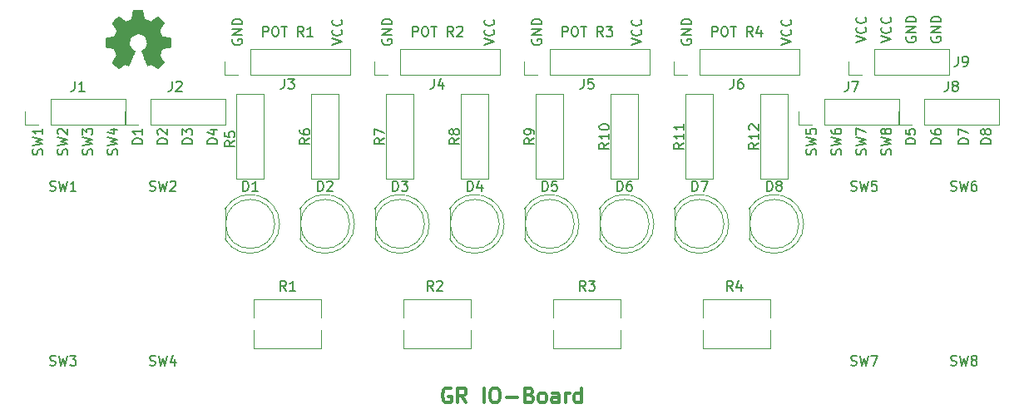
<source format=gbr>
G04 #@! TF.GenerationSoftware,KiCad,Pcbnew,(5.1.2-1)-1*
G04 #@! TF.CreationDate,2020-02-23T09:00:00-05:00*
G04 #@! TF.ProjectId,IO_Board,494f5f42-6f61-4726-942e-6b696361645f,rev?*
G04 #@! TF.SameCoordinates,Original*
G04 #@! TF.FileFunction,Legend,Top*
G04 #@! TF.FilePolarity,Positive*
%FSLAX46Y46*%
G04 Gerber Fmt 4.6, Leading zero omitted, Abs format (unit mm)*
G04 Created by KiCad (PCBNEW (5.1.2-1)-1) date 2020-02-23 09:00:00*
%MOMM*%
%LPD*%
G04 APERTURE LIST*
%ADD10C,0.150000*%
%ADD11C,0.300000*%
%ADD12C,0.010000*%
%ADD13C,0.120000*%
G04 APERTURE END LIST*
D10*
X122324761Y-51371333D02*
X122372380Y-51228476D01*
X122372380Y-50990380D01*
X122324761Y-50895142D01*
X122277142Y-50847523D01*
X122181904Y-50799904D01*
X122086666Y-50799904D01*
X121991428Y-50847523D01*
X121943809Y-50895142D01*
X121896190Y-50990380D01*
X121848571Y-51180857D01*
X121800952Y-51276095D01*
X121753333Y-51323714D01*
X121658095Y-51371333D01*
X121562857Y-51371333D01*
X121467619Y-51323714D01*
X121420000Y-51276095D01*
X121372380Y-51180857D01*
X121372380Y-50942761D01*
X121420000Y-50799904D01*
X121372380Y-50466571D02*
X122372380Y-50228476D01*
X121658095Y-50038000D01*
X122372380Y-49847523D01*
X121372380Y-49609428D01*
X121800952Y-49085619D02*
X121753333Y-49180857D01*
X121705714Y-49228476D01*
X121610476Y-49276095D01*
X121562857Y-49276095D01*
X121467619Y-49228476D01*
X121420000Y-49180857D01*
X121372380Y-49085619D01*
X121372380Y-48895142D01*
X121420000Y-48799904D01*
X121467619Y-48752285D01*
X121562857Y-48704666D01*
X121610476Y-48704666D01*
X121705714Y-48752285D01*
X121753333Y-48799904D01*
X121800952Y-48895142D01*
X121800952Y-49085619D01*
X121848571Y-49180857D01*
X121896190Y-49228476D01*
X121991428Y-49276095D01*
X122181904Y-49276095D01*
X122277142Y-49228476D01*
X122324761Y-49180857D01*
X122372380Y-49085619D01*
X122372380Y-48895142D01*
X122324761Y-48799904D01*
X122277142Y-48752285D01*
X122181904Y-48704666D01*
X121991428Y-48704666D01*
X121896190Y-48752285D01*
X121848571Y-48799904D01*
X121800952Y-48895142D01*
X119784761Y-51371333D02*
X119832380Y-51228476D01*
X119832380Y-50990380D01*
X119784761Y-50895142D01*
X119737142Y-50847523D01*
X119641904Y-50799904D01*
X119546666Y-50799904D01*
X119451428Y-50847523D01*
X119403809Y-50895142D01*
X119356190Y-50990380D01*
X119308571Y-51180857D01*
X119260952Y-51276095D01*
X119213333Y-51323714D01*
X119118095Y-51371333D01*
X119022857Y-51371333D01*
X118927619Y-51323714D01*
X118880000Y-51276095D01*
X118832380Y-51180857D01*
X118832380Y-50942761D01*
X118880000Y-50799904D01*
X118832380Y-50466571D02*
X119832380Y-50228476D01*
X119118095Y-50038000D01*
X119832380Y-49847523D01*
X118832380Y-49609428D01*
X118832380Y-49323714D02*
X118832380Y-48657047D01*
X119832380Y-49085619D01*
X117244761Y-51371333D02*
X117292380Y-51228476D01*
X117292380Y-50990380D01*
X117244761Y-50895142D01*
X117197142Y-50847523D01*
X117101904Y-50799904D01*
X117006666Y-50799904D01*
X116911428Y-50847523D01*
X116863809Y-50895142D01*
X116816190Y-50990380D01*
X116768571Y-51180857D01*
X116720952Y-51276095D01*
X116673333Y-51323714D01*
X116578095Y-51371333D01*
X116482857Y-51371333D01*
X116387619Y-51323714D01*
X116340000Y-51276095D01*
X116292380Y-51180857D01*
X116292380Y-50942761D01*
X116340000Y-50799904D01*
X116292380Y-50466571D02*
X117292380Y-50228476D01*
X116578095Y-50038000D01*
X117292380Y-49847523D01*
X116292380Y-49609428D01*
X116292380Y-48799904D02*
X116292380Y-48990380D01*
X116340000Y-49085619D01*
X116387619Y-49133238D01*
X116530476Y-49228476D01*
X116720952Y-49276095D01*
X117101904Y-49276095D01*
X117197142Y-49228476D01*
X117244761Y-49180857D01*
X117292380Y-49085619D01*
X117292380Y-48895142D01*
X117244761Y-48799904D01*
X117197142Y-48752285D01*
X117101904Y-48704666D01*
X116863809Y-48704666D01*
X116768571Y-48752285D01*
X116720952Y-48799904D01*
X116673333Y-48895142D01*
X116673333Y-49085619D01*
X116720952Y-49180857D01*
X116768571Y-49228476D01*
X116863809Y-49276095D01*
X114704761Y-51371333D02*
X114752380Y-51228476D01*
X114752380Y-50990380D01*
X114704761Y-50895142D01*
X114657142Y-50847523D01*
X114561904Y-50799904D01*
X114466666Y-50799904D01*
X114371428Y-50847523D01*
X114323809Y-50895142D01*
X114276190Y-50990380D01*
X114228571Y-51180857D01*
X114180952Y-51276095D01*
X114133333Y-51323714D01*
X114038095Y-51371333D01*
X113942857Y-51371333D01*
X113847619Y-51323714D01*
X113800000Y-51276095D01*
X113752380Y-51180857D01*
X113752380Y-50942761D01*
X113800000Y-50799904D01*
X113752380Y-50466571D02*
X114752380Y-50228476D01*
X114038095Y-50038000D01*
X114752380Y-49847523D01*
X113752380Y-49609428D01*
X113752380Y-48752285D02*
X113752380Y-49228476D01*
X114228571Y-49276095D01*
X114180952Y-49228476D01*
X114133333Y-49133238D01*
X114133333Y-48895142D01*
X114180952Y-48799904D01*
X114228571Y-48752285D01*
X114323809Y-48704666D01*
X114561904Y-48704666D01*
X114657142Y-48752285D01*
X114704761Y-48799904D01*
X114752380Y-48895142D01*
X114752380Y-49133238D01*
X114704761Y-49228476D01*
X114657142Y-49276095D01*
X132532380Y-50268095D02*
X131532380Y-50268095D01*
X131532380Y-50030000D01*
X131580000Y-49887142D01*
X131675238Y-49791904D01*
X131770476Y-49744285D01*
X131960952Y-49696666D01*
X132103809Y-49696666D01*
X132294285Y-49744285D01*
X132389523Y-49791904D01*
X132484761Y-49887142D01*
X132532380Y-50030000D01*
X132532380Y-50268095D01*
X131960952Y-49125238D02*
X131913333Y-49220476D01*
X131865714Y-49268095D01*
X131770476Y-49315714D01*
X131722857Y-49315714D01*
X131627619Y-49268095D01*
X131580000Y-49220476D01*
X131532380Y-49125238D01*
X131532380Y-48934761D01*
X131580000Y-48839523D01*
X131627619Y-48791904D01*
X131722857Y-48744285D01*
X131770476Y-48744285D01*
X131865714Y-48791904D01*
X131913333Y-48839523D01*
X131960952Y-48934761D01*
X131960952Y-49125238D01*
X132008571Y-49220476D01*
X132056190Y-49268095D01*
X132151428Y-49315714D01*
X132341904Y-49315714D01*
X132437142Y-49268095D01*
X132484761Y-49220476D01*
X132532380Y-49125238D01*
X132532380Y-48934761D01*
X132484761Y-48839523D01*
X132437142Y-48791904D01*
X132341904Y-48744285D01*
X132151428Y-48744285D01*
X132056190Y-48791904D01*
X132008571Y-48839523D01*
X131960952Y-48934761D01*
X130246380Y-50268095D02*
X129246380Y-50268095D01*
X129246380Y-50030000D01*
X129294000Y-49887142D01*
X129389238Y-49791904D01*
X129484476Y-49744285D01*
X129674952Y-49696666D01*
X129817809Y-49696666D01*
X130008285Y-49744285D01*
X130103523Y-49791904D01*
X130198761Y-49887142D01*
X130246380Y-50030000D01*
X130246380Y-50268095D01*
X129246380Y-49363333D02*
X129246380Y-48696666D01*
X130246380Y-49125238D01*
X127452380Y-50268095D02*
X126452380Y-50268095D01*
X126452380Y-50030000D01*
X126500000Y-49887142D01*
X126595238Y-49791904D01*
X126690476Y-49744285D01*
X126880952Y-49696666D01*
X127023809Y-49696666D01*
X127214285Y-49744285D01*
X127309523Y-49791904D01*
X127404761Y-49887142D01*
X127452380Y-50030000D01*
X127452380Y-50268095D01*
X126452380Y-48839523D02*
X126452380Y-49030000D01*
X126500000Y-49125238D01*
X126547619Y-49172857D01*
X126690476Y-49268095D01*
X126880952Y-49315714D01*
X127261904Y-49315714D01*
X127357142Y-49268095D01*
X127404761Y-49220476D01*
X127452380Y-49125238D01*
X127452380Y-48934761D01*
X127404761Y-48839523D01*
X127357142Y-48791904D01*
X127261904Y-48744285D01*
X127023809Y-48744285D01*
X126928571Y-48791904D01*
X126880952Y-48839523D01*
X126833333Y-48934761D01*
X126833333Y-49125238D01*
X126880952Y-49220476D01*
X126928571Y-49268095D01*
X127023809Y-49315714D01*
X124849380Y-50268095D02*
X123849380Y-50268095D01*
X123849380Y-50030000D01*
X123897000Y-49887142D01*
X123992238Y-49791904D01*
X124087476Y-49744285D01*
X124277952Y-49696666D01*
X124420809Y-49696666D01*
X124611285Y-49744285D01*
X124706523Y-49791904D01*
X124801761Y-49887142D01*
X124849380Y-50030000D01*
X124849380Y-50268095D01*
X123849380Y-48791904D02*
X123849380Y-49268095D01*
X124325571Y-49315714D01*
X124277952Y-49268095D01*
X124230333Y-49172857D01*
X124230333Y-48934761D01*
X124277952Y-48839523D01*
X124325571Y-48791904D01*
X124420809Y-48744285D01*
X124658904Y-48744285D01*
X124754142Y-48791904D01*
X124801761Y-48839523D01*
X124849380Y-48934761D01*
X124849380Y-49172857D01*
X124801761Y-49268095D01*
X124754142Y-49315714D01*
X53792380Y-50268095D02*
X52792380Y-50268095D01*
X52792380Y-50030000D01*
X52840000Y-49887142D01*
X52935238Y-49791904D01*
X53030476Y-49744285D01*
X53220952Y-49696666D01*
X53363809Y-49696666D01*
X53554285Y-49744285D01*
X53649523Y-49791904D01*
X53744761Y-49887142D01*
X53792380Y-50030000D01*
X53792380Y-50268095D01*
X53125714Y-48839523D02*
X53792380Y-48839523D01*
X52744761Y-49077619D02*
X53459047Y-49315714D01*
X53459047Y-48696666D01*
X51252380Y-50268095D02*
X50252380Y-50268095D01*
X50252380Y-50030000D01*
X50300000Y-49887142D01*
X50395238Y-49791904D01*
X50490476Y-49744285D01*
X50680952Y-49696666D01*
X50823809Y-49696666D01*
X51014285Y-49744285D01*
X51109523Y-49791904D01*
X51204761Y-49887142D01*
X51252380Y-50030000D01*
X51252380Y-50268095D01*
X50252380Y-49363333D02*
X50252380Y-48744285D01*
X50633333Y-49077619D01*
X50633333Y-48934761D01*
X50680952Y-48839523D01*
X50728571Y-48791904D01*
X50823809Y-48744285D01*
X51061904Y-48744285D01*
X51157142Y-48791904D01*
X51204761Y-48839523D01*
X51252380Y-48934761D01*
X51252380Y-49220476D01*
X51204761Y-49315714D01*
X51157142Y-49363333D01*
X48712380Y-50268095D02*
X47712380Y-50268095D01*
X47712380Y-50030000D01*
X47760000Y-49887142D01*
X47855238Y-49791904D01*
X47950476Y-49744285D01*
X48140952Y-49696666D01*
X48283809Y-49696666D01*
X48474285Y-49744285D01*
X48569523Y-49791904D01*
X48664761Y-49887142D01*
X48712380Y-50030000D01*
X48712380Y-50268095D01*
X47807619Y-49315714D02*
X47760000Y-49268095D01*
X47712380Y-49172857D01*
X47712380Y-48934761D01*
X47760000Y-48839523D01*
X47807619Y-48791904D01*
X47902857Y-48744285D01*
X47998095Y-48744285D01*
X48140952Y-48791904D01*
X48712380Y-49363333D01*
X48712380Y-48744285D01*
X46172380Y-50268095D02*
X45172380Y-50268095D01*
X45172380Y-50030000D01*
X45220000Y-49887142D01*
X45315238Y-49791904D01*
X45410476Y-49744285D01*
X45600952Y-49696666D01*
X45743809Y-49696666D01*
X45934285Y-49744285D01*
X46029523Y-49791904D01*
X46124761Y-49887142D01*
X46172380Y-50030000D01*
X46172380Y-50268095D01*
X46172380Y-48744285D02*
X46172380Y-49315714D01*
X46172380Y-49030000D02*
X45172380Y-49030000D01*
X45315238Y-49125238D01*
X45410476Y-49220476D01*
X45458095Y-49315714D01*
X43584761Y-51371333D02*
X43632380Y-51228476D01*
X43632380Y-50990380D01*
X43584761Y-50895142D01*
X43537142Y-50847523D01*
X43441904Y-50799904D01*
X43346666Y-50799904D01*
X43251428Y-50847523D01*
X43203809Y-50895142D01*
X43156190Y-50990380D01*
X43108571Y-51180857D01*
X43060952Y-51276095D01*
X43013333Y-51323714D01*
X42918095Y-51371333D01*
X42822857Y-51371333D01*
X42727619Y-51323714D01*
X42680000Y-51276095D01*
X42632380Y-51180857D01*
X42632380Y-50942761D01*
X42680000Y-50799904D01*
X42632380Y-50466571D02*
X43632380Y-50228476D01*
X42918095Y-50038000D01*
X43632380Y-49847523D01*
X42632380Y-49609428D01*
X42965714Y-48799904D02*
X43632380Y-48799904D01*
X42584761Y-49038000D02*
X43299047Y-49276095D01*
X43299047Y-48657047D01*
X41044761Y-51371333D02*
X41092380Y-51228476D01*
X41092380Y-50990380D01*
X41044761Y-50895142D01*
X40997142Y-50847523D01*
X40901904Y-50799904D01*
X40806666Y-50799904D01*
X40711428Y-50847523D01*
X40663809Y-50895142D01*
X40616190Y-50990380D01*
X40568571Y-51180857D01*
X40520952Y-51276095D01*
X40473333Y-51323714D01*
X40378095Y-51371333D01*
X40282857Y-51371333D01*
X40187619Y-51323714D01*
X40140000Y-51276095D01*
X40092380Y-51180857D01*
X40092380Y-50942761D01*
X40140000Y-50799904D01*
X40092380Y-50466571D02*
X41092380Y-50228476D01*
X40378095Y-50038000D01*
X41092380Y-49847523D01*
X40092380Y-49609428D01*
X40092380Y-49323714D02*
X40092380Y-48704666D01*
X40473333Y-49038000D01*
X40473333Y-48895142D01*
X40520952Y-48799904D01*
X40568571Y-48752285D01*
X40663809Y-48704666D01*
X40901904Y-48704666D01*
X40997142Y-48752285D01*
X41044761Y-48799904D01*
X41092380Y-48895142D01*
X41092380Y-49180857D01*
X41044761Y-49276095D01*
X40997142Y-49323714D01*
X38504761Y-51371333D02*
X38552380Y-51228476D01*
X38552380Y-50990380D01*
X38504761Y-50895142D01*
X38457142Y-50847523D01*
X38361904Y-50799904D01*
X38266666Y-50799904D01*
X38171428Y-50847523D01*
X38123809Y-50895142D01*
X38076190Y-50990380D01*
X38028571Y-51180857D01*
X37980952Y-51276095D01*
X37933333Y-51323714D01*
X37838095Y-51371333D01*
X37742857Y-51371333D01*
X37647619Y-51323714D01*
X37600000Y-51276095D01*
X37552380Y-51180857D01*
X37552380Y-50942761D01*
X37600000Y-50799904D01*
X37552380Y-50466571D02*
X38552380Y-50228476D01*
X37838095Y-50038000D01*
X38552380Y-49847523D01*
X37552380Y-49609428D01*
X37647619Y-49276095D02*
X37600000Y-49228476D01*
X37552380Y-49133238D01*
X37552380Y-48895142D01*
X37600000Y-48799904D01*
X37647619Y-48752285D01*
X37742857Y-48704666D01*
X37838095Y-48704666D01*
X37980952Y-48752285D01*
X38552380Y-49323714D01*
X38552380Y-48704666D01*
X35964761Y-51371333D02*
X36012380Y-51228476D01*
X36012380Y-50990380D01*
X35964761Y-50895142D01*
X35917142Y-50847523D01*
X35821904Y-50799904D01*
X35726666Y-50799904D01*
X35631428Y-50847523D01*
X35583809Y-50895142D01*
X35536190Y-50990380D01*
X35488571Y-51180857D01*
X35440952Y-51276095D01*
X35393333Y-51323714D01*
X35298095Y-51371333D01*
X35202857Y-51371333D01*
X35107619Y-51323714D01*
X35060000Y-51276095D01*
X35012380Y-51180857D01*
X35012380Y-50942761D01*
X35060000Y-50799904D01*
X35012380Y-50466571D02*
X36012380Y-50228476D01*
X35298095Y-50038000D01*
X36012380Y-49847523D01*
X35012380Y-49609428D01*
X36012380Y-48704666D02*
X36012380Y-49276095D01*
X36012380Y-48990380D02*
X35012380Y-48990380D01*
X35155238Y-49085619D01*
X35250476Y-49180857D01*
X35298095Y-49276095D01*
X104156190Y-39314380D02*
X104156190Y-38314380D01*
X104537142Y-38314380D01*
X104632380Y-38362000D01*
X104680000Y-38409619D01*
X104727619Y-38504857D01*
X104727619Y-38647714D01*
X104680000Y-38742952D01*
X104632380Y-38790571D01*
X104537142Y-38838190D01*
X104156190Y-38838190D01*
X105346666Y-38314380D02*
X105537142Y-38314380D01*
X105632380Y-38362000D01*
X105727619Y-38457238D01*
X105775238Y-38647714D01*
X105775238Y-38981047D01*
X105727619Y-39171523D01*
X105632380Y-39266761D01*
X105537142Y-39314380D01*
X105346666Y-39314380D01*
X105251428Y-39266761D01*
X105156190Y-39171523D01*
X105108571Y-38981047D01*
X105108571Y-38647714D01*
X105156190Y-38457238D01*
X105251428Y-38362000D01*
X105346666Y-38314380D01*
X106060952Y-38314380D02*
X106632380Y-38314380D01*
X106346666Y-39314380D02*
X106346666Y-38314380D01*
X108299047Y-39314380D02*
X107965714Y-38838190D01*
X107727619Y-39314380D02*
X107727619Y-38314380D01*
X108108571Y-38314380D01*
X108203809Y-38362000D01*
X108251428Y-38409619D01*
X108299047Y-38504857D01*
X108299047Y-38647714D01*
X108251428Y-38742952D01*
X108203809Y-38790571D01*
X108108571Y-38838190D01*
X107727619Y-38838190D01*
X109156190Y-38647714D02*
X109156190Y-39314380D01*
X108918095Y-38266761D02*
X108680000Y-38981047D01*
X109299047Y-38981047D01*
X88916190Y-39314380D02*
X88916190Y-38314380D01*
X89297142Y-38314380D01*
X89392380Y-38362000D01*
X89440000Y-38409619D01*
X89487619Y-38504857D01*
X89487619Y-38647714D01*
X89440000Y-38742952D01*
X89392380Y-38790571D01*
X89297142Y-38838190D01*
X88916190Y-38838190D01*
X90106666Y-38314380D02*
X90297142Y-38314380D01*
X90392380Y-38362000D01*
X90487619Y-38457238D01*
X90535238Y-38647714D01*
X90535238Y-38981047D01*
X90487619Y-39171523D01*
X90392380Y-39266761D01*
X90297142Y-39314380D01*
X90106666Y-39314380D01*
X90011428Y-39266761D01*
X89916190Y-39171523D01*
X89868571Y-38981047D01*
X89868571Y-38647714D01*
X89916190Y-38457238D01*
X90011428Y-38362000D01*
X90106666Y-38314380D01*
X90820952Y-38314380D02*
X91392380Y-38314380D01*
X91106666Y-39314380D02*
X91106666Y-38314380D01*
X93059047Y-39314380D02*
X92725714Y-38838190D01*
X92487619Y-39314380D02*
X92487619Y-38314380D01*
X92868571Y-38314380D01*
X92963809Y-38362000D01*
X93011428Y-38409619D01*
X93059047Y-38504857D01*
X93059047Y-38647714D01*
X93011428Y-38742952D01*
X92963809Y-38790571D01*
X92868571Y-38838190D01*
X92487619Y-38838190D01*
X93392380Y-38314380D02*
X94011428Y-38314380D01*
X93678095Y-38695333D01*
X93820952Y-38695333D01*
X93916190Y-38742952D01*
X93963809Y-38790571D01*
X94011428Y-38885809D01*
X94011428Y-39123904D01*
X93963809Y-39219142D01*
X93916190Y-39266761D01*
X93820952Y-39314380D01*
X93535238Y-39314380D01*
X93440000Y-39266761D01*
X93392380Y-39219142D01*
X73676190Y-39314380D02*
X73676190Y-38314380D01*
X74057142Y-38314380D01*
X74152380Y-38362000D01*
X74200000Y-38409619D01*
X74247619Y-38504857D01*
X74247619Y-38647714D01*
X74200000Y-38742952D01*
X74152380Y-38790571D01*
X74057142Y-38838190D01*
X73676190Y-38838190D01*
X74866666Y-38314380D02*
X75057142Y-38314380D01*
X75152380Y-38362000D01*
X75247619Y-38457238D01*
X75295238Y-38647714D01*
X75295238Y-38981047D01*
X75247619Y-39171523D01*
X75152380Y-39266761D01*
X75057142Y-39314380D01*
X74866666Y-39314380D01*
X74771428Y-39266761D01*
X74676190Y-39171523D01*
X74628571Y-38981047D01*
X74628571Y-38647714D01*
X74676190Y-38457238D01*
X74771428Y-38362000D01*
X74866666Y-38314380D01*
X75580952Y-38314380D02*
X76152380Y-38314380D01*
X75866666Y-39314380D02*
X75866666Y-38314380D01*
X77819047Y-39314380D02*
X77485714Y-38838190D01*
X77247619Y-39314380D02*
X77247619Y-38314380D01*
X77628571Y-38314380D01*
X77723809Y-38362000D01*
X77771428Y-38409619D01*
X77819047Y-38504857D01*
X77819047Y-38647714D01*
X77771428Y-38742952D01*
X77723809Y-38790571D01*
X77628571Y-38838190D01*
X77247619Y-38838190D01*
X78200000Y-38409619D02*
X78247619Y-38362000D01*
X78342857Y-38314380D01*
X78580952Y-38314380D01*
X78676190Y-38362000D01*
X78723809Y-38409619D01*
X78771428Y-38504857D01*
X78771428Y-38600095D01*
X78723809Y-38742952D01*
X78152380Y-39314380D01*
X78771428Y-39314380D01*
X58436190Y-39314380D02*
X58436190Y-38314380D01*
X58817142Y-38314380D01*
X58912380Y-38362000D01*
X58960000Y-38409619D01*
X59007619Y-38504857D01*
X59007619Y-38647714D01*
X58960000Y-38742952D01*
X58912380Y-38790571D01*
X58817142Y-38838190D01*
X58436190Y-38838190D01*
X59626666Y-38314380D02*
X59817142Y-38314380D01*
X59912380Y-38362000D01*
X60007619Y-38457238D01*
X60055238Y-38647714D01*
X60055238Y-38981047D01*
X60007619Y-39171523D01*
X59912380Y-39266761D01*
X59817142Y-39314380D01*
X59626666Y-39314380D01*
X59531428Y-39266761D01*
X59436190Y-39171523D01*
X59388571Y-38981047D01*
X59388571Y-38647714D01*
X59436190Y-38457238D01*
X59531428Y-38362000D01*
X59626666Y-38314380D01*
X60340952Y-38314380D02*
X60912380Y-38314380D01*
X60626666Y-39314380D02*
X60626666Y-38314380D01*
X62579047Y-39314380D02*
X62245714Y-38838190D01*
X62007619Y-39314380D02*
X62007619Y-38314380D01*
X62388571Y-38314380D01*
X62483809Y-38362000D01*
X62531428Y-38409619D01*
X62579047Y-38504857D01*
X62579047Y-38647714D01*
X62531428Y-38742952D01*
X62483809Y-38790571D01*
X62388571Y-38838190D01*
X62007619Y-38838190D01*
X63531428Y-39314380D02*
X62960000Y-39314380D01*
X63245714Y-39314380D02*
X63245714Y-38314380D01*
X63150476Y-38457238D01*
X63055238Y-38552476D01*
X62960000Y-38600095D01*
X55380000Y-39623904D02*
X55332380Y-39719142D01*
X55332380Y-39862000D01*
X55380000Y-40004857D01*
X55475238Y-40100095D01*
X55570476Y-40147714D01*
X55760952Y-40195333D01*
X55903809Y-40195333D01*
X56094285Y-40147714D01*
X56189523Y-40100095D01*
X56284761Y-40004857D01*
X56332380Y-39862000D01*
X56332380Y-39766761D01*
X56284761Y-39623904D01*
X56237142Y-39576285D01*
X55903809Y-39576285D01*
X55903809Y-39766761D01*
X56332380Y-39147714D02*
X55332380Y-39147714D01*
X56332380Y-38576285D01*
X55332380Y-38576285D01*
X56332380Y-38100095D02*
X55332380Y-38100095D01*
X55332380Y-37862000D01*
X55380000Y-37719142D01*
X55475238Y-37623904D01*
X55570476Y-37576285D01*
X55760952Y-37528666D01*
X55903809Y-37528666D01*
X56094285Y-37576285D01*
X56189523Y-37623904D01*
X56284761Y-37719142D01*
X56332380Y-37862000D01*
X56332380Y-38100095D01*
X65492380Y-40195333D02*
X66492380Y-39862000D01*
X65492380Y-39528666D01*
X66397142Y-38623904D02*
X66444761Y-38671523D01*
X66492380Y-38814380D01*
X66492380Y-38909619D01*
X66444761Y-39052476D01*
X66349523Y-39147714D01*
X66254285Y-39195333D01*
X66063809Y-39242952D01*
X65920952Y-39242952D01*
X65730476Y-39195333D01*
X65635238Y-39147714D01*
X65540000Y-39052476D01*
X65492380Y-38909619D01*
X65492380Y-38814380D01*
X65540000Y-38671523D01*
X65587619Y-38623904D01*
X66397142Y-37623904D02*
X66444761Y-37671523D01*
X66492380Y-37814380D01*
X66492380Y-37909619D01*
X66444761Y-38052476D01*
X66349523Y-38147714D01*
X66254285Y-38195333D01*
X66063809Y-38242952D01*
X65920952Y-38242952D01*
X65730476Y-38195333D01*
X65635238Y-38147714D01*
X65540000Y-38052476D01*
X65492380Y-37909619D01*
X65492380Y-37814380D01*
X65540000Y-37671523D01*
X65587619Y-37623904D01*
X80986380Y-40195333D02*
X81986380Y-39862000D01*
X80986380Y-39528666D01*
X81891142Y-38623904D02*
X81938761Y-38671523D01*
X81986380Y-38814380D01*
X81986380Y-38909619D01*
X81938761Y-39052476D01*
X81843523Y-39147714D01*
X81748285Y-39195333D01*
X81557809Y-39242952D01*
X81414952Y-39242952D01*
X81224476Y-39195333D01*
X81129238Y-39147714D01*
X81034000Y-39052476D01*
X80986380Y-38909619D01*
X80986380Y-38814380D01*
X81034000Y-38671523D01*
X81081619Y-38623904D01*
X81891142Y-37623904D02*
X81938761Y-37671523D01*
X81986380Y-37814380D01*
X81986380Y-37909619D01*
X81938761Y-38052476D01*
X81843523Y-38147714D01*
X81748285Y-38195333D01*
X81557809Y-38242952D01*
X81414952Y-38242952D01*
X81224476Y-38195333D01*
X81129238Y-38147714D01*
X81034000Y-38052476D01*
X80986380Y-37909619D01*
X80986380Y-37814380D01*
X81034000Y-37671523D01*
X81081619Y-37623904D01*
X95972380Y-40195333D02*
X96972380Y-39862000D01*
X95972380Y-39528666D01*
X96877142Y-38623904D02*
X96924761Y-38671523D01*
X96972380Y-38814380D01*
X96972380Y-38909619D01*
X96924761Y-39052476D01*
X96829523Y-39147714D01*
X96734285Y-39195333D01*
X96543809Y-39242952D01*
X96400952Y-39242952D01*
X96210476Y-39195333D01*
X96115238Y-39147714D01*
X96020000Y-39052476D01*
X95972380Y-38909619D01*
X95972380Y-38814380D01*
X96020000Y-38671523D01*
X96067619Y-38623904D01*
X96877142Y-37623904D02*
X96924761Y-37671523D01*
X96972380Y-37814380D01*
X96972380Y-37909619D01*
X96924761Y-38052476D01*
X96829523Y-38147714D01*
X96734285Y-38195333D01*
X96543809Y-38242952D01*
X96400952Y-38242952D01*
X96210476Y-38195333D01*
X96115238Y-38147714D01*
X96020000Y-38052476D01*
X95972380Y-37909619D01*
X95972380Y-37814380D01*
X96020000Y-37671523D01*
X96067619Y-37623904D01*
X70620000Y-39623904D02*
X70572380Y-39719142D01*
X70572380Y-39862000D01*
X70620000Y-40004857D01*
X70715238Y-40100095D01*
X70810476Y-40147714D01*
X71000952Y-40195333D01*
X71143809Y-40195333D01*
X71334285Y-40147714D01*
X71429523Y-40100095D01*
X71524761Y-40004857D01*
X71572380Y-39862000D01*
X71572380Y-39766761D01*
X71524761Y-39623904D01*
X71477142Y-39576285D01*
X71143809Y-39576285D01*
X71143809Y-39766761D01*
X71572380Y-39147714D02*
X70572380Y-39147714D01*
X71572380Y-38576285D01*
X70572380Y-38576285D01*
X71572380Y-38100095D02*
X70572380Y-38100095D01*
X70572380Y-37862000D01*
X70620000Y-37719142D01*
X70715238Y-37623904D01*
X70810476Y-37576285D01*
X71000952Y-37528666D01*
X71143809Y-37528666D01*
X71334285Y-37576285D01*
X71429523Y-37623904D01*
X71524761Y-37719142D01*
X71572380Y-37862000D01*
X71572380Y-38100095D01*
X85860000Y-39623904D02*
X85812380Y-39719142D01*
X85812380Y-39862000D01*
X85860000Y-40004857D01*
X85955238Y-40100095D01*
X86050476Y-40147714D01*
X86240952Y-40195333D01*
X86383809Y-40195333D01*
X86574285Y-40147714D01*
X86669523Y-40100095D01*
X86764761Y-40004857D01*
X86812380Y-39862000D01*
X86812380Y-39766761D01*
X86764761Y-39623904D01*
X86717142Y-39576285D01*
X86383809Y-39576285D01*
X86383809Y-39766761D01*
X86812380Y-39147714D02*
X85812380Y-39147714D01*
X86812380Y-38576285D01*
X85812380Y-38576285D01*
X86812380Y-38100095D02*
X85812380Y-38100095D01*
X85812380Y-37862000D01*
X85860000Y-37719142D01*
X85955238Y-37623904D01*
X86050476Y-37576285D01*
X86240952Y-37528666D01*
X86383809Y-37528666D01*
X86574285Y-37576285D01*
X86669523Y-37623904D01*
X86764761Y-37719142D01*
X86812380Y-37862000D01*
X86812380Y-38100095D01*
X101100000Y-39623904D02*
X101052380Y-39719142D01*
X101052380Y-39862000D01*
X101100000Y-40004857D01*
X101195238Y-40100095D01*
X101290476Y-40147714D01*
X101480952Y-40195333D01*
X101623809Y-40195333D01*
X101814285Y-40147714D01*
X101909523Y-40100095D01*
X102004761Y-40004857D01*
X102052380Y-39862000D01*
X102052380Y-39766761D01*
X102004761Y-39623904D01*
X101957142Y-39576285D01*
X101623809Y-39576285D01*
X101623809Y-39766761D01*
X102052380Y-39147714D02*
X101052380Y-39147714D01*
X102052380Y-38576285D01*
X101052380Y-38576285D01*
X102052380Y-38100095D02*
X101052380Y-38100095D01*
X101052380Y-37862000D01*
X101100000Y-37719142D01*
X101195238Y-37623904D01*
X101290476Y-37576285D01*
X101480952Y-37528666D01*
X101623809Y-37528666D01*
X101814285Y-37576285D01*
X101909523Y-37623904D01*
X102004761Y-37719142D01*
X102052380Y-37862000D01*
X102052380Y-38100095D01*
X111212380Y-40195333D02*
X112212380Y-39862000D01*
X111212380Y-39528666D01*
X112117142Y-38623904D02*
X112164761Y-38671523D01*
X112212380Y-38814380D01*
X112212380Y-38909619D01*
X112164761Y-39052476D01*
X112069523Y-39147714D01*
X111974285Y-39195333D01*
X111783809Y-39242952D01*
X111640952Y-39242952D01*
X111450476Y-39195333D01*
X111355238Y-39147714D01*
X111260000Y-39052476D01*
X111212380Y-38909619D01*
X111212380Y-38814380D01*
X111260000Y-38671523D01*
X111307619Y-38623904D01*
X112117142Y-37623904D02*
X112164761Y-37671523D01*
X112212380Y-37814380D01*
X112212380Y-37909619D01*
X112164761Y-38052476D01*
X112069523Y-38147714D01*
X111974285Y-38195333D01*
X111783809Y-38242952D01*
X111640952Y-38242952D01*
X111450476Y-38195333D01*
X111355238Y-38147714D01*
X111260000Y-38052476D01*
X111212380Y-37909619D01*
X111212380Y-37814380D01*
X111260000Y-37671523D01*
X111307619Y-37623904D01*
X126500000Y-39369904D02*
X126452380Y-39465142D01*
X126452380Y-39608000D01*
X126500000Y-39750857D01*
X126595238Y-39846095D01*
X126690476Y-39893714D01*
X126880952Y-39941333D01*
X127023809Y-39941333D01*
X127214285Y-39893714D01*
X127309523Y-39846095D01*
X127404761Y-39750857D01*
X127452380Y-39608000D01*
X127452380Y-39512761D01*
X127404761Y-39369904D01*
X127357142Y-39322285D01*
X127023809Y-39322285D01*
X127023809Y-39512761D01*
X127452380Y-38893714D02*
X126452380Y-38893714D01*
X127452380Y-38322285D01*
X126452380Y-38322285D01*
X127452380Y-37846095D02*
X126452380Y-37846095D01*
X126452380Y-37608000D01*
X126500000Y-37465142D01*
X126595238Y-37369904D01*
X126690476Y-37322285D01*
X126880952Y-37274666D01*
X127023809Y-37274666D01*
X127214285Y-37322285D01*
X127309523Y-37369904D01*
X127404761Y-37465142D01*
X127452380Y-37608000D01*
X127452380Y-37846095D01*
X123960000Y-39369904D02*
X123912380Y-39465142D01*
X123912380Y-39608000D01*
X123960000Y-39750857D01*
X124055238Y-39846095D01*
X124150476Y-39893714D01*
X124340952Y-39941333D01*
X124483809Y-39941333D01*
X124674285Y-39893714D01*
X124769523Y-39846095D01*
X124864761Y-39750857D01*
X124912380Y-39608000D01*
X124912380Y-39512761D01*
X124864761Y-39369904D01*
X124817142Y-39322285D01*
X124483809Y-39322285D01*
X124483809Y-39512761D01*
X124912380Y-38893714D02*
X123912380Y-38893714D01*
X124912380Y-38322285D01*
X123912380Y-38322285D01*
X124912380Y-37846095D02*
X123912380Y-37846095D01*
X123912380Y-37608000D01*
X123960000Y-37465142D01*
X124055238Y-37369904D01*
X124150476Y-37322285D01*
X124340952Y-37274666D01*
X124483809Y-37274666D01*
X124674285Y-37322285D01*
X124769523Y-37369904D01*
X124864761Y-37465142D01*
X124912380Y-37608000D01*
X124912380Y-37846095D01*
X121372380Y-39941333D02*
X122372380Y-39608000D01*
X121372380Y-39274666D01*
X122277142Y-38369904D02*
X122324761Y-38417523D01*
X122372380Y-38560380D01*
X122372380Y-38655619D01*
X122324761Y-38798476D01*
X122229523Y-38893714D01*
X122134285Y-38941333D01*
X121943809Y-38988952D01*
X121800952Y-38988952D01*
X121610476Y-38941333D01*
X121515238Y-38893714D01*
X121420000Y-38798476D01*
X121372380Y-38655619D01*
X121372380Y-38560380D01*
X121420000Y-38417523D01*
X121467619Y-38369904D01*
X122277142Y-37369904D02*
X122324761Y-37417523D01*
X122372380Y-37560380D01*
X122372380Y-37655619D01*
X122324761Y-37798476D01*
X122229523Y-37893714D01*
X122134285Y-37941333D01*
X121943809Y-37988952D01*
X121800952Y-37988952D01*
X121610476Y-37941333D01*
X121515238Y-37893714D01*
X121420000Y-37798476D01*
X121372380Y-37655619D01*
X121372380Y-37560380D01*
X121420000Y-37417523D01*
X121467619Y-37369904D01*
X118832380Y-39941333D02*
X119832380Y-39608000D01*
X118832380Y-39274666D01*
X119737142Y-38369904D02*
X119784761Y-38417523D01*
X119832380Y-38560380D01*
X119832380Y-38655619D01*
X119784761Y-38798476D01*
X119689523Y-38893714D01*
X119594285Y-38941333D01*
X119403809Y-38988952D01*
X119260952Y-38988952D01*
X119070476Y-38941333D01*
X118975238Y-38893714D01*
X118880000Y-38798476D01*
X118832380Y-38655619D01*
X118832380Y-38560380D01*
X118880000Y-38417523D01*
X118927619Y-38369904D01*
X119737142Y-37369904D02*
X119784761Y-37417523D01*
X119832380Y-37560380D01*
X119832380Y-37655619D01*
X119784761Y-37798476D01*
X119689523Y-37893714D01*
X119594285Y-37941333D01*
X119403809Y-37988952D01*
X119260952Y-37988952D01*
X119070476Y-37941333D01*
X118975238Y-37893714D01*
X118880000Y-37798476D01*
X118832380Y-37655619D01*
X118832380Y-37560380D01*
X118880000Y-37417523D01*
X118927619Y-37369904D01*
D11*
X77570000Y-75196000D02*
X77427142Y-75124571D01*
X77212857Y-75124571D01*
X76998571Y-75196000D01*
X76855714Y-75338857D01*
X76784285Y-75481714D01*
X76712857Y-75767428D01*
X76712857Y-75981714D01*
X76784285Y-76267428D01*
X76855714Y-76410285D01*
X76998571Y-76553142D01*
X77212857Y-76624571D01*
X77355714Y-76624571D01*
X77570000Y-76553142D01*
X77641428Y-76481714D01*
X77641428Y-75981714D01*
X77355714Y-75981714D01*
X79141428Y-76624571D02*
X78641428Y-75910285D01*
X78284285Y-76624571D02*
X78284285Y-75124571D01*
X78855714Y-75124571D01*
X78998571Y-75196000D01*
X79070000Y-75267428D01*
X79141428Y-75410285D01*
X79141428Y-75624571D01*
X79070000Y-75767428D01*
X78998571Y-75838857D01*
X78855714Y-75910285D01*
X78284285Y-75910285D01*
X80927142Y-76624571D02*
X80927142Y-75124571D01*
X81927142Y-75124571D02*
X82212857Y-75124571D01*
X82355714Y-75196000D01*
X82498571Y-75338857D01*
X82570000Y-75624571D01*
X82570000Y-76124571D01*
X82498571Y-76410285D01*
X82355714Y-76553142D01*
X82212857Y-76624571D01*
X81927142Y-76624571D01*
X81784285Y-76553142D01*
X81641428Y-76410285D01*
X81570000Y-76124571D01*
X81570000Y-75624571D01*
X81641428Y-75338857D01*
X81784285Y-75196000D01*
X81927142Y-75124571D01*
X83212857Y-76053142D02*
X84355714Y-76053142D01*
X85570000Y-75838857D02*
X85784285Y-75910285D01*
X85855714Y-75981714D01*
X85927142Y-76124571D01*
X85927142Y-76338857D01*
X85855714Y-76481714D01*
X85784285Y-76553142D01*
X85641428Y-76624571D01*
X85070000Y-76624571D01*
X85070000Y-75124571D01*
X85570000Y-75124571D01*
X85712857Y-75196000D01*
X85784285Y-75267428D01*
X85855714Y-75410285D01*
X85855714Y-75553142D01*
X85784285Y-75696000D01*
X85712857Y-75767428D01*
X85570000Y-75838857D01*
X85070000Y-75838857D01*
X86784285Y-76624571D02*
X86641428Y-76553142D01*
X86570000Y-76481714D01*
X86498571Y-76338857D01*
X86498571Y-75910285D01*
X86570000Y-75767428D01*
X86641428Y-75696000D01*
X86784285Y-75624571D01*
X86998571Y-75624571D01*
X87141428Y-75696000D01*
X87212857Y-75767428D01*
X87284285Y-75910285D01*
X87284285Y-76338857D01*
X87212857Y-76481714D01*
X87141428Y-76553142D01*
X86998571Y-76624571D01*
X86784285Y-76624571D01*
X88570000Y-76624571D02*
X88570000Y-75838857D01*
X88498571Y-75696000D01*
X88355714Y-75624571D01*
X88070000Y-75624571D01*
X87927142Y-75696000D01*
X88570000Y-76553142D02*
X88427142Y-76624571D01*
X88070000Y-76624571D01*
X87927142Y-76553142D01*
X87855714Y-76410285D01*
X87855714Y-76267428D01*
X87927142Y-76124571D01*
X88070000Y-76053142D01*
X88427142Y-76053142D01*
X88570000Y-75981714D01*
X89284285Y-76624571D02*
X89284285Y-75624571D01*
X89284285Y-75910285D02*
X89355714Y-75767428D01*
X89427142Y-75696000D01*
X89570000Y-75624571D01*
X89712857Y-75624571D01*
X90855714Y-76624571D02*
X90855714Y-75124571D01*
X90855714Y-76553142D02*
X90712857Y-76624571D01*
X90427142Y-76624571D01*
X90284285Y-76553142D01*
X90212857Y-76481714D01*
X90141428Y-76338857D01*
X90141428Y-75910285D01*
X90212857Y-75767428D01*
X90284285Y-75696000D01*
X90427142Y-75624571D01*
X90712857Y-75624571D01*
X90855714Y-75696000D01*
D12*
G36*
X46275814Y-37092931D02*
G01*
X46359635Y-37537555D01*
X46668920Y-37665053D01*
X46978206Y-37792551D01*
X47349246Y-37540246D01*
X47453157Y-37469996D01*
X47547087Y-37407272D01*
X47626652Y-37354938D01*
X47687470Y-37315857D01*
X47725157Y-37292893D01*
X47735421Y-37287942D01*
X47753910Y-37300676D01*
X47793420Y-37335882D01*
X47849522Y-37389062D01*
X47917787Y-37455718D01*
X47993786Y-37531354D01*
X48073092Y-37611472D01*
X48151275Y-37691574D01*
X48223907Y-37767164D01*
X48286559Y-37833745D01*
X48334803Y-37886818D01*
X48364210Y-37921887D01*
X48371241Y-37933623D01*
X48361123Y-37955260D01*
X48332759Y-38002662D01*
X48289129Y-38071193D01*
X48233218Y-38156215D01*
X48168006Y-38253093D01*
X48130219Y-38308350D01*
X48061343Y-38409248D01*
X48000140Y-38500299D01*
X47949578Y-38576970D01*
X47912628Y-38634728D01*
X47892258Y-38669043D01*
X47889197Y-38676254D01*
X47896136Y-38696748D01*
X47915051Y-38744513D01*
X47943087Y-38812832D01*
X47977391Y-38894989D01*
X48015109Y-38984270D01*
X48053387Y-39073958D01*
X48089370Y-39157338D01*
X48120206Y-39227694D01*
X48143039Y-39278310D01*
X48155017Y-39302471D01*
X48155724Y-39303422D01*
X48174531Y-39308036D01*
X48224618Y-39318328D01*
X48300793Y-39333287D01*
X48397865Y-39351901D01*
X48510643Y-39373159D01*
X48576442Y-39385418D01*
X48696950Y-39408362D01*
X48805797Y-39430195D01*
X48897476Y-39449722D01*
X48966481Y-39465748D01*
X49007304Y-39477079D01*
X49015511Y-39480674D01*
X49023548Y-39505006D01*
X49030033Y-39559959D01*
X49034970Y-39639108D01*
X49038364Y-39736026D01*
X49040218Y-39844287D01*
X49040538Y-39957465D01*
X49039327Y-40069135D01*
X49036590Y-40172868D01*
X49032331Y-40262241D01*
X49026555Y-40330826D01*
X49019267Y-40372197D01*
X49014895Y-40380810D01*
X48988764Y-40391133D01*
X48933393Y-40405892D01*
X48856107Y-40423352D01*
X48764230Y-40441780D01*
X48732158Y-40447741D01*
X48577524Y-40476066D01*
X48455375Y-40498876D01*
X48361673Y-40517080D01*
X48292384Y-40531583D01*
X48243471Y-40543292D01*
X48210897Y-40553115D01*
X48190628Y-40561956D01*
X48178626Y-40570724D01*
X48176947Y-40572457D01*
X48160184Y-40600371D01*
X48134614Y-40654695D01*
X48102788Y-40728777D01*
X48067260Y-40815965D01*
X48030583Y-40909608D01*
X47995311Y-41003052D01*
X47963996Y-41089647D01*
X47939193Y-41162740D01*
X47923454Y-41215678D01*
X47919332Y-41241811D01*
X47919676Y-41242726D01*
X47933641Y-41264086D01*
X47965322Y-41311084D01*
X48011391Y-41378827D01*
X48068518Y-41462423D01*
X48133373Y-41556982D01*
X48151843Y-41583854D01*
X48217699Y-41681275D01*
X48275650Y-41770163D01*
X48322538Y-41845412D01*
X48355207Y-41901920D01*
X48370500Y-41934581D01*
X48371241Y-41938593D01*
X48358392Y-41959684D01*
X48322888Y-42001464D01*
X48269293Y-42059445D01*
X48202171Y-42129135D01*
X48126087Y-42206045D01*
X48045604Y-42285683D01*
X47965287Y-42363561D01*
X47889699Y-42435186D01*
X47823405Y-42496070D01*
X47770969Y-42541721D01*
X47736955Y-42567650D01*
X47727545Y-42571883D01*
X47705643Y-42561912D01*
X47660800Y-42535020D01*
X47600321Y-42495736D01*
X47553789Y-42464117D01*
X47469475Y-42406098D01*
X47369626Y-42337784D01*
X47269473Y-42269579D01*
X47215627Y-42233075D01*
X47033371Y-42109800D01*
X46880381Y-42192520D01*
X46810682Y-42228759D01*
X46751414Y-42256926D01*
X46711311Y-42272991D01*
X46701103Y-42275226D01*
X46688829Y-42258722D01*
X46664613Y-42212082D01*
X46630263Y-42139609D01*
X46587588Y-42045606D01*
X46538394Y-41934374D01*
X46484490Y-41810215D01*
X46427684Y-41677432D01*
X46369782Y-41540327D01*
X46312593Y-41403202D01*
X46257924Y-41270358D01*
X46207584Y-41146098D01*
X46163380Y-41034725D01*
X46127119Y-40940539D01*
X46100609Y-40867844D01*
X46085658Y-40820941D01*
X46083254Y-40804833D01*
X46102311Y-40784286D01*
X46144036Y-40750933D01*
X46199706Y-40711702D01*
X46204378Y-40708599D01*
X46348264Y-40593423D01*
X46464283Y-40459053D01*
X46551430Y-40309784D01*
X46608699Y-40149913D01*
X46635086Y-39983737D01*
X46629585Y-39815552D01*
X46591190Y-39649655D01*
X46518895Y-39490342D01*
X46497626Y-39455487D01*
X46386996Y-39314737D01*
X46256302Y-39201714D01*
X46110064Y-39117003D01*
X45952808Y-39061194D01*
X45789057Y-39034874D01*
X45623333Y-39038630D01*
X45460162Y-39073050D01*
X45304065Y-39138723D01*
X45159567Y-39236235D01*
X45114869Y-39275813D01*
X45001112Y-39399703D01*
X44918218Y-39530124D01*
X44861356Y-39676315D01*
X44829687Y-39821088D01*
X44821869Y-39983860D01*
X44847938Y-40147440D01*
X44905245Y-40306298D01*
X44991144Y-40454906D01*
X45102986Y-40587735D01*
X45238123Y-40699256D01*
X45255883Y-40711011D01*
X45312150Y-40749508D01*
X45354923Y-40782863D01*
X45375372Y-40804160D01*
X45375669Y-40804833D01*
X45371279Y-40827871D01*
X45353876Y-40880157D01*
X45325268Y-40957390D01*
X45287265Y-41055268D01*
X45241674Y-41169491D01*
X45190303Y-41295758D01*
X45134962Y-41429767D01*
X45077458Y-41567218D01*
X45019601Y-41703808D01*
X44963198Y-41835237D01*
X44910058Y-41957205D01*
X44861990Y-42065409D01*
X44820801Y-42155549D01*
X44788301Y-42223323D01*
X44766297Y-42264430D01*
X44757436Y-42275226D01*
X44730360Y-42266819D01*
X44679697Y-42244272D01*
X44614183Y-42211613D01*
X44578159Y-42192520D01*
X44425168Y-42109800D01*
X44242912Y-42233075D01*
X44149875Y-42296228D01*
X44048015Y-42365727D01*
X43952562Y-42431165D01*
X43904750Y-42464117D01*
X43837505Y-42509273D01*
X43780564Y-42545057D01*
X43741354Y-42566938D01*
X43728619Y-42571563D01*
X43710083Y-42559085D01*
X43669059Y-42524252D01*
X43609525Y-42470678D01*
X43535458Y-42401983D01*
X43450835Y-42321781D01*
X43397315Y-42270286D01*
X43303681Y-42178286D01*
X43222759Y-42095999D01*
X43157823Y-42026945D01*
X43112142Y-41974644D01*
X43088989Y-41942616D01*
X43086768Y-41936116D01*
X43097076Y-41911394D01*
X43125561Y-41861405D01*
X43169063Y-41791212D01*
X43224423Y-41705875D01*
X43288480Y-41610456D01*
X43306697Y-41583854D01*
X43373073Y-41487167D01*
X43432622Y-41400117D01*
X43482016Y-41327595D01*
X43517925Y-41274493D01*
X43537019Y-41245703D01*
X43538864Y-41242726D01*
X43536105Y-41219782D01*
X43521462Y-41169336D01*
X43497487Y-41098041D01*
X43466734Y-41012547D01*
X43431756Y-40919507D01*
X43395107Y-40825574D01*
X43359339Y-40737399D01*
X43327006Y-40661634D01*
X43300662Y-40604931D01*
X43282858Y-40573943D01*
X43281593Y-40572457D01*
X43270706Y-40563601D01*
X43252318Y-40554843D01*
X43222394Y-40545277D01*
X43176897Y-40533996D01*
X43111791Y-40520093D01*
X43023039Y-40502663D01*
X42906607Y-40480798D01*
X42758458Y-40453591D01*
X42726382Y-40447741D01*
X42631314Y-40429374D01*
X42548435Y-40411405D01*
X42485070Y-40395569D01*
X42448542Y-40383600D01*
X42443644Y-40380810D01*
X42435573Y-40356072D01*
X42429013Y-40300790D01*
X42423967Y-40221389D01*
X42420441Y-40124296D01*
X42418439Y-40015938D01*
X42417964Y-39902740D01*
X42419023Y-39791128D01*
X42421618Y-39687529D01*
X42425754Y-39598368D01*
X42431437Y-39530072D01*
X42438669Y-39489066D01*
X42443029Y-39480674D01*
X42467302Y-39472208D01*
X42522574Y-39458435D01*
X42603338Y-39440550D01*
X42704088Y-39419748D01*
X42819317Y-39397223D01*
X42882098Y-39385418D01*
X43001213Y-39363151D01*
X43107435Y-39342979D01*
X43195573Y-39325915D01*
X43260434Y-39312969D01*
X43296826Y-39305155D01*
X43302816Y-39303422D01*
X43312939Y-39283890D01*
X43334338Y-39236843D01*
X43364161Y-39169003D01*
X43399555Y-39087091D01*
X43437668Y-38997828D01*
X43475647Y-38907935D01*
X43510640Y-38824135D01*
X43539794Y-38753147D01*
X43560257Y-38701694D01*
X43569177Y-38676497D01*
X43569343Y-38675396D01*
X43559231Y-38655519D01*
X43530883Y-38609777D01*
X43487277Y-38542717D01*
X43431394Y-38458884D01*
X43366213Y-38362826D01*
X43328321Y-38307650D01*
X43259275Y-38206481D01*
X43197950Y-38114630D01*
X43147337Y-38036744D01*
X43110429Y-37977469D01*
X43090218Y-37941451D01*
X43087299Y-37933377D01*
X43099847Y-37914584D01*
X43134537Y-37874457D01*
X43186937Y-37817493D01*
X43252616Y-37748185D01*
X43327144Y-37671031D01*
X43406087Y-37590525D01*
X43485017Y-37511163D01*
X43559500Y-37437440D01*
X43625106Y-37373852D01*
X43677404Y-37324894D01*
X43711961Y-37295061D01*
X43723522Y-37287942D01*
X43742346Y-37297953D01*
X43787369Y-37326078D01*
X43854213Y-37369454D01*
X43938501Y-37425218D01*
X44035856Y-37490506D01*
X44109293Y-37540246D01*
X44480333Y-37792551D01*
X45098905Y-37537555D01*
X45182725Y-37092931D01*
X45266546Y-36648307D01*
X46191994Y-36648307D01*
X46275814Y-37092931D01*
X46275814Y-37092931D01*
G37*
X46275814Y-37092931D02*
X46359635Y-37537555D01*
X46668920Y-37665053D01*
X46978206Y-37792551D01*
X47349246Y-37540246D01*
X47453157Y-37469996D01*
X47547087Y-37407272D01*
X47626652Y-37354938D01*
X47687470Y-37315857D01*
X47725157Y-37292893D01*
X47735421Y-37287942D01*
X47753910Y-37300676D01*
X47793420Y-37335882D01*
X47849522Y-37389062D01*
X47917787Y-37455718D01*
X47993786Y-37531354D01*
X48073092Y-37611472D01*
X48151275Y-37691574D01*
X48223907Y-37767164D01*
X48286559Y-37833745D01*
X48334803Y-37886818D01*
X48364210Y-37921887D01*
X48371241Y-37933623D01*
X48361123Y-37955260D01*
X48332759Y-38002662D01*
X48289129Y-38071193D01*
X48233218Y-38156215D01*
X48168006Y-38253093D01*
X48130219Y-38308350D01*
X48061343Y-38409248D01*
X48000140Y-38500299D01*
X47949578Y-38576970D01*
X47912628Y-38634728D01*
X47892258Y-38669043D01*
X47889197Y-38676254D01*
X47896136Y-38696748D01*
X47915051Y-38744513D01*
X47943087Y-38812832D01*
X47977391Y-38894989D01*
X48015109Y-38984270D01*
X48053387Y-39073958D01*
X48089370Y-39157338D01*
X48120206Y-39227694D01*
X48143039Y-39278310D01*
X48155017Y-39302471D01*
X48155724Y-39303422D01*
X48174531Y-39308036D01*
X48224618Y-39318328D01*
X48300793Y-39333287D01*
X48397865Y-39351901D01*
X48510643Y-39373159D01*
X48576442Y-39385418D01*
X48696950Y-39408362D01*
X48805797Y-39430195D01*
X48897476Y-39449722D01*
X48966481Y-39465748D01*
X49007304Y-39477079D01*
X49015511Y-39480674D01*
X49023548Y-39505006D01*
X49030033Y-39559959D01*
X49034970Y-39639108D01*
X49038364Y-39736026D01*
X49040218Y-39844287D01*
X49040538Y-39957465D01*
X49039327Y-40069135D01*
X49036590Y-40172868D01*
X49032331Y-40262241D01*
X49026555Y-40330826D01*
X49019267Y-40372197D01*
X49014895Y-40380810D01*
X48988764Y-40391133D01*
X48933393Y-40405892D01*
X48856107Y-40423352D01*
X48764230Y-40441780D01*
X48732158Y-40447741D01*
X48577524Y-40476066D01*
X48455375Y-40498876D01*
X48361673Y-40517080D01*
X48292384Y-40531583D01*
X48243471Y-40543292D01*
X48210897Y-40553115D01*
X48190628Y-40561956D01*
X48178626Y-40570724D01*
X48176947Y-40572457D01*
X48160184Y-40600371D01*
X48134614Y-40654695D01*
X48102788Y-40728777D01*
X48067260Y-40815965D01*
X48030583Y-40909608D01*
X47995311Y-41003052D01*
X47963996Y-41089647D01*
X47939193Y-41162740D01*
X47923454Y-41215678D01*
X47919332Y-41241811D01*
X47919676Y-41242726D01*
X47933641Y-41264086D01*
X47965322Y-41311084D01*
X48011391Y-41378827D01*
X48068518Y-41462423D01*
X48133373Y-41556982D01*
X48151843Y-41583854D01*
X48217699Y-41681275D01*
X48275650Y-41770163D01*
X48322538Y-41845412D01*
X48355207Y-41901920D01*
X48370500Y-41934581D01*
X48371241Y-41938593D01*
X48358392Y-41959684D01*
X48322888Y-42001464D01*
X48269293Y-42059445D01*
X48202171Y-42129135D01*
X48126087Y-42206045D01*
X48045604Y-42285683D01*
X47965287Y-42363561D01*
X47889699Y-42435186D01*
X47823405Y-42496070D01*
X47770969Y-42541721D01*
X47736955Y-42567650D01*
X47727545Y-42571883D01*
X47705643Y-42561912D01*
X47660800Y-42535020D01*
X47600321Y-42495736D01*
X47553789Y-42464117D01*
X47469475Y-42406098D01*
X47369626Y-42337784D01*
X47269473Y-42269579D01*
X47215627Y-42233075D01*
X47033371Y-42109800D01*
X46880381Y-42192520D01*
X46810682Y-42228759D01*
X46751414Y-42256926D01*
X46711311Y-42272991D01*
X46701103Y-42275226D01*
X46688829Y-42258722D01*
X46664613Y-42212082D01*
X46630263Y-42139609D01*
X46587588Y-42045606D01*
X46538394Y-41934374D01*
X46484490Y-41810215D01*
X46427684Y-41677432D01*
X46369782Y-41540327D01*
X46312593Y-41403202D01*
X46257924Y-41270358D01*
X46207584Y-41146098D01*
X46163380Y-41034725D01*
X46127119Y-40940539D01*
X46100609Y-40867844D01*
X46085658Y-40820941D01*
X46083254Y-40804833D01*
X46102311Y-40784286D01*
X46144036Y-40750933D01*
X46199706Y-40711702D01*
X46204378Y-40708599D01*
X46348264Y-40593423D01*
X46464283Y-40459053D01*
X46551430Y-40309784D01*
X46608699Y-40149913D01*
X46635086Y-39983737D01*
X46629585Y-39815552D01*
X46591190Y-39649655D01*
X46518895Y-39490342D01*
X46497626Y-39455487D01*
X46386996Y-39314737D01*
X46256302Y-39201714D01*
X46110064Y-39117003D01*
X45952808Y-39061194D01*
X45789057Y-39034874D01*
X45623333Y-39038630D01*
X45460162Y-39073050D01*
X45304065Y-39138723D01*
X45159567Y-39236235D01*
X45114869Y-39275813D01*
X45001112Y-39399703D01*
X44918218Y-39530124D01*
X44861356Y-39676315D01*
X44829687Y-39821088D01*
X44821869Y-39983860D01*
X44847938Y-40147440D01*
X44905245Y-40306298D01*
X44991144Y-40454906D01*
X45102986Y-40587735D01*
X45238123Y-40699256D01*
X45255883Y-40711011D01*
X45312150Y-40749508D01*
X45354923Y-40782863D01*
X45375372Y-40804160D01*
X45375669Y-40804833D01*
X45371279Y-40827871D01*
X45353876Y-40880157D01*
X45325268Y-40957390D01*
X45287265Y-41055268D01*
X45241674Y-41169491D01*
X45190303Y-41295758D01*
X45134962Y-41429767D01*
X45077458Y-41567218D01*
X45019601Y-41703808D01*
X44963198Y-41835237D01*
X44910058Y-41957205D01*
X44861990Y-42065409D01*
X44820801Y-42155549D01*
X44788301Y-42223323D01*
X44766297Y-42264430D01*
X44757436Y-42275226D01*
X44730360Y-42266819D01*
X44679697Y-42244272D01*
X44614183Y-42211613D01*
X44578159Y-42192520D01*
X44425168Y-42109800D01*
X44242912Y-42233075D01*
X44149875Y-42296228D01*
X44048015Y-42365727D01*
X43952562Y-42431165D01*
X43904750Y-42464117D01*
X43837505Y-42509273D01*
X43780564Y-42545057D01*
X43741354Y-42566938D01*
X43728619Y-42571563D01*
X43710083Y-42559085D01*
X43669059Y-42524252D01*
X43609525Y-42470678D01*
X43535458Y-42401983D01*
X43450835Y-42321781D01*
X43397315Y-42270286D01*
X43303681Y-42178286D01*
X43222759Y-42095999D01*
X43157823Y-42026945D01*
X43112142Y-41974644D01*
X43088989Y-41942616D01*
X43086768Y-41936116D01*
X43097076Y-41911394D01*
X43125561Y-41861405D01*
X43169063Y-41791212D01*
X43224423Y-41705875D01*
X43288480Y-41610456D01*
X43306697Y-41583854D01*
X43373073Y-41487167D01*
X43432622Y-41400117D01*
X43482016Y-41327595D01*
X43517925Y-41274493D01*
X43537019Y-41245703D01*
X43538864Y-41242726D01*
X43536105Y-41219782D01*
X43521462Y-41169336D01*
X43497487Y-41098041D01*
X43466734Y-41012547D01*
X43431756Y-40919507D01*
X43395107Y-40825574D01*
X43359339Y-40737399D01*
X43327006Y-40661634D01*
X43300662Y-40604931D01*
X43282858Y-40573943D01*
X43281593Y-40572457D01*
X43270706Y-40563601D01*
X43252318Y-40554843D01*
X43222394Y-40545277D01*
X43176897Y-40533996D01*
X43111791Y-40520093D01*
X43023039Y-40502663D01*
X42906607Y-40480798D01*
X42758458Y-40453591D01*
X42726382Y-40447741D01*
X42631314Y-40429374D01*
X42548435Y-40411405D01*
X42485070Y-40395569D01*
X42448542Y-40383600D01*
X42443644Y-40380810D01*
X42435573Y-40356072D01*
X42429013Y-40300790D01*
X42423967Y-40221389D01*
X42420441Y-40124296D01*
X42418439Y-40015938D01*
X42417964Y-39902740D01*
X42419023Y-39791128D01*
X42421618Y-39687529D01*
X42425754Y-39598368D01*
X42431437Y-39530072D01*
X42438669Y-39489066D01*
X42443029Y-39480674D01*
X42467302Y-39472208D01*
X42522574Y-39458435D01*
X42603338Y-39440550D01*
X42704088Y-39419748D01*
X42819317Y-39397223D01*
X42882098Y-39385418D01*
X43001213Y-39363151D01*
X43107435Y-39342979D01*
X43195573Y-39325915D01*
X43260434Y-39312969D01*
X43296826Y-39305155D01*
X43302816Y-39303422D01*
X43312939Y-39283890D01*
X43334338Y-39236843D01*
X43364161Y-39169003D01*
X43399555Y-39087091D01*
X43437668Y-38997828D01*
X43475647Y-38907935D01*
X43510640Y-38824135D01*
X43539794Y-38753147D01*
X43560257Y-38701694D01*
X43569177Y-38676497D01*
X43569343Y-38675396D01*
X43559231Y-38655519D01*
X43530883Y-38609777D01*
X43487277Y-38542717D01*
X43431394Y-38458884D01*
X43366213Y-38362826D01*
X43328321Y-38307650D01*
X43259275Y-38206481D01*
X43197950Y-38114630D01*
X43147337Y-38036744D01*
X43110429Y-37977469D01*
X43090218Y-37941451D01*
X43087299Y-37933377D01*
X43099847Y-37914584D01*
X43134537Y-37874457D01*
X43186937Y-37817493D01*
X43252616Y-37748185D01*
X43327144Y-37671031D01*
X43406087Y-37590525D01*
X43485017Y-37511163D01*
X43559500Y-37437440D01*
X43625106Y-37373852D01*
X43677404Y-37324894D01*
X43711961Y-37295061D01*
X43723522Y-37287942D01*
X43742346Y-37297953D01*
X43787369Y-37326078D01*
X43854213Y-37369454D01*
X43938501Y-37425218D01*
X44035856Y-37490506D01*
X44109293Y-37540246D01*
X44480333Y-37792551D01*
X45098905Y-37537555D01*
X45182725Y-37092931D01*
X45266546Y-36648307D01*
X46191994Y-36648307D01*
X46275814Y-37092931D01*
D13*
X60140000Y-58420462D02*
G75*
G03X54590000Y-56875170I-2990000J462D01*
G01*
X60140000Y-58419538D02*
G75*
G02X54590000Y-59964830I-2990000J-462D01*
G01*
X59650000Y-58420000D02*
G75*
G03X59650000Y-58420000I-2500000J0D01*
G01*
X54590000Y-56875000D02*
X54590000Y-59965000D01*
X62210000Y-56875000D02*
X62210000Y-59965000D01*
X67270000Y-58420000D02*
G75*
G03X67270000Y-58420000I-2500000J0D01*
G01*
X67760000Y-58419538D02*
G75*
G02X62210000Y-59964830I-2990000J-462D01*
G01*
X67760000Y-58420462D02*
G75*
G03X62210000Y-56875170I-2990000J462D01*
G01*
X90620000Y-58420462D02*
G75*
G03X85070000Y-56875170I-2990000J462D01*
G01*
X90620000Y-58419538D02*
G75*
G02X85070000Y-59964830I-2990000J-462D01*
G01*
X90130000Y-58420000D02*
G75*
G03X90130000Y-58420000I-2500000J0D01*
G01*
X85070000Y-56875000D02*
X85070000Y-59965000D01*
X92690000Y-56875000D02*
X92690000Y-59965000D01*
X97750000Y-58420000D02*
G75*
G03X97750000Y-58420000I-2500000J0D01*
G01*
X98240000Y-58419538D02*
G75*
G02X92690000Y-59964830I-2990000J-462D01*
G01*
X98240000Y-58420462D02*
G75*
G03X92690000Y-56875170I-2990000J462D01*
G01*
X75380000Y-58420462D02*
G75*
G03X69830000Y-56875170I-2990000J462D01*
G01*
X75380000Y-58419538D02*
G75*
G02X69830000Y-59964830I-2990000J-462D01*
G01*
X74890000Y-58420000D02*
G75*
G03X74890000Y-58420000I-2500000J0D01*
G01*
X69830000Y-56875000D02*
X69830000Y-59965000D01*
X77450000Y-56875000D02*
X77450000Y-59965000D01*
X82510000Y-58420000D02*
G75*
G03X82510000Y-58420000I-2500000J0D01*
G01*
X83000000Y-58419538D02*
G75*
G02X77450000Y-59964830I-2990000J-462D01*
G01*
X83000000Y-58420462D02*
G75*
G03X77450000Y-56875170I-2990000J462D01*
G01*
X105860000Y-58420462D02*
G75*
G03X100310000Y-56875170I-2990000J462D01*
G01*
X105860000Y-58419538D02*
G75*
G02X100310000Y-59964830I-2990000J-462D01*
G01*
X105370000Y-58420000D02*
G75*
G03X105370000Y-58420000I-2500000J0D01*
G01*
X100310000Y-56875000D02*
X100310000Y-59965000D01*
X107930000Y-56875000D02*
X107930000Y-59965000D01*
X112990000Y-58420000D02*
G75*
G03X112990000Y-58420000I-2500000J0D01*
G01*
X113480000Y-58419538D02*
G75*
G02X107930000Y-59964830I-2990000J-462D01*
G01*
X113480000Y-58420462D02*
G75*
G03X107930000Y-56875170I-2990000J462D01*
G01*
X34230000Y-48320000D02*
X34230000Y-46990000D01*
X35560000Y-48320000D02*
X34230000Y-48320000D01*
X36830000Y-48320000D02*
X36830000Y-45660000D01*
X36830000Y-45660000D02*
X44510000Y-45660000D01*
X36830000Y-48320000D02*
X44510000Y-48320000D01*
X44510000Y-48320000D02*
X44510000Y-45660000D01*
X54670000Y-48320000D02*
X54670000Y-45660000D01*
X46990000Y-48320000D02*
X54670000Y-48320000D01*
X46990000Y-45660000D02*
X54670000Y-45660000D01*
X46990000Y-48320000D02*
X46990000Y-45660000D01*
X45720000Y-48320000D02*
X44390000Y-48320000D01*
X44390000Y-48320000D02*
X44390000Y-46990000D01*
X54550000Y-43240000D02*
X54550000Y-41910000D01*
X55880000Y-43240000D02*
X54550000Y-43240000D01*
X57150000Y-43240000D02*
X57150000Y-40580000D01*
X57150000Y-40580000D02*
X67370000Y-40580000D01*
X57150000Y-43240000D02*
X67370000Y-43240000D01*
X67370000Y-43240000D02*
X67370000Y-40580000D01*
X82610000Y-43240000D02*
X82610000Y-40580000D01*
X72390000Y-43240000D02*
X82610000Y-43240000D01*
X72390000Y-40580000D02*
X82610000Y-40580000D01*
X72390000Y-43240000D02*
X72390000Y-40580000D01*
X71120000Y-43240000D02*
X69790000Y-43240000D01*
X69790000Y-43240000D02*
X69790000Y-41910000D01*
X85030000Y-43240000D02*
X85030000Y-41910000D01*
X86360000Y-43240000D02*
X85030000Y-43240000D01*
X87630000Y-43240000D02*
X87630000Y-40580000D01*
X87630000Y-40580000D02*
X97850000Y-40580000D01*
X87630000Y-43240000D02*
X97850000Y-43240000D01*
X97850000Y-43240000D02*
X97850000Y-40580000D01*
X113090000Y-43240000D02*
X113090000Y-40580000D01*
X102870000Y-43240000D02*
X113090000Y-43240000D01*
X102870000Y-40580000D02*
X113090000Y-40580000D01*
X102870000Y-43240000D02*
X102870000Y-40580000D01*
X101600000Y-43240000D02*
X100270000Y-43240000D01*
X100270000Y-43240000D02*
X100270000Y-41910000D01*
X123250000Y-48320000D02*
X123250000Y-45660000D01*
X115570000Y-48320000D02*
X123250000Y-48320000D01*
X115570000Y-45660000D02*
X123250000Y-45660000D01*
X115570000Y-48320000D02*
X115570000Y-45660000D01*
X114300000Y-48320000D02*
X112970000Y-48320000D01*
X112970000Y-48320000D02*
X112970000Y-46990000D01*
X123130000Y-48320000D02*
X123130000Y-46990000D01*
X124460000Y-48320000D02*
X123130000Y-48320000D01*
X125730000Y-48320000D02*
X125730000Y-45660000D01*
X125730000Y-45660000D02*
X133410000Y-45660000D01*
X125730000Y-48320000D02*
X133410000Y-48320000D01*
X133410000Y-48320000D02*
X133410000Y-45660000D01*
X128330000Y-43240000D02*
X128330000Y-40580000D01*
X120650000Y-43240000D02*
X128330000Y-43240000D01*
X120650000Y-40580000D02*
X128330000Y-40580000D01*
X120650000Y-43240000D02*
X120650000Y-40580000D01*
X119380000Y-43240000D02*
X118050000Y-43240000D01*
X118050000Y-43240000D02*
X118050000Y-41910000D01*
X57540000Y-71050000D02*
X57540000Y-69230000D01*
X57540000Y-67930000D02*
X57540000Y-66110000D01*
X64380000Y-71050000D02*
X64380000Y-69230000D01*
X64380000Y-67930000D02*
X64380000Y-66110000D01*
X57540000Y-66110000D02*
X64380000Y-66110000D01*
X57540000Y-71050000D02*
X64380000Y-71050000D01*
X72780000Y-71050000D02*
X79620000Y-71050000D01*
X72780000Y-66110000D02*
X79620000Y-66110000D01*
X79620000Y-67930000D02*
X79620000Y-66110000D01*
X79620000Y-71050000D02*
X79620000Y-69230000D01*
X72780000Y-67930000D02*
X72780000Y-66110000D01*
X72780000Y-71050000D02*
X72780000Y-69230000D01*
X88020000Y-71050000D02*
X88020000Y-69230000D01*
X88020000Y-67930000D02*
X88020000Y-66110000D01*
X94860000Y-71050000D02*
X94860000Y-69230000D01*
X94860000Y-67930000D02*
X94860000Y-66110000D01*
X88020000Y-66110000D02*
X94860000Y-66110000D01*
X88020000Y-71050000D02*
X94860000Y-71050000D01*
X103260000Y-71050000D02*
X110100000Y-71050000D01*
X103260000Y-66110000D02*
X110100000Y-66110000D01*
X110100000Y-67930000D02*
X110100000Y-66110000D01*
X110100000Y-71050000D02*
X110100000Y-69230000D01*
X103260000Y-67930000D02*
X103260000Y-66110000D01*
X103260000Y-71050000D02*
X103260000Y-69230000D01*
X55760000Y-45220000D02*
X58540000Y-45220000D01*
X55760000Y-53840000D02*
X58540000Y-53840000D01*
X58540000Y-53840000D02*
X58540000Y-45220000D01*
X55760000Y-53840000D02*
X55760000Y-45220000D01*
X63380000Y-53840000D02*
X63380000Y-45220000D01*
X66160000Y-53840000D02*
X66160000Y-45220000D01*
X63380000Y-53840000D02*
X66160000Y-53840000D01*
X63380000Y-45220000D02*
X66160000Y-45220000D01*
X86240000Y-45220000D02*
X89020000Y-45220000D01*
X86240000Y-53840000D02*
X89020000Y-53840000D01*
X89020000Y-53840000D02*
X89020000Y-45220000D01*
X86240000Y-53840000D02*
X86240000Y-45220000D01*
X93860000Y-53840000D02*
X93860000Y-45220000D01*
X96640000Y-53840000D02*
X96640000Y-45220000D01*
X93860000Y-53840000D02*
X96640000Y-53840000D01*
X93860000Y-45220000D02*
X96640000Y-45220000D01*
X71000000Y-45220000D02*
X73780000Y-45220000D01*
X71000000Y-53840000D02*
X73780000Y-53840000D01*
X73780000Y-53840000D02*
X73780000Y-45220000D01*
X71000000Y-53840000D02*
X71000000Y-45220000D01*
X78620000Y-53840000D02*
X78620000Y-45220000D01*
X81400000Y-53840000D02*
X81400000Y-45220000D01*
X78620000Y-53840000D02*
X81400000Y-53840000D01*
X78620000Y-45220000D02*
X81400000Y-45220000D01*
X101480000Y-45220000D02*
X104260000Y-45220000D01*
X101480000Y-53840000D02*
X104260000Y-53840000D01*
X104260000Y-53840000D02*
X104260000Y-45220000D01*
X101480000Y-53840000D02*
X101480000Y-45220000D01*
X109100000Y-53840000D02*
X109100000Y-45220000D01*
X111880000Y-53840000D02*
X111880000Y-45220000D01*
X109100000Y-53840000D02*
X111880000Y-53840000D01*
X109100000Y-45220000D02*
X111880000Y-45220000D01*
D10*
X56411904Y-55062380D02*
X56411904Y-54062380D01*
X56650000Y-54062380D01*
X56792857Y-54110000D01*
X56888095Y-54205238D01*
X56935714Y-54300476D01*
X56983333Y-54490952D01*
X56983333Y-54633809D01*
X56935714Y-54824285D01*
X56888095Y-54919523D01*
X56792857Y-55014761D01*
X56650000Y-55062380D01*
X56411904Y-55062380D01*
X57935714Y-55062380D02*
X57364285Y-55062380D01*
X57650000Y-55062380D02*
X57650000Y-54062380D01*
X57554761Y-54205238D01*
X57459523Y-54300476D01*
X57364285Y-54348095D01*
X64031904Y-55062380D02*
X64031904Y-54062380D01*
X64270000Y-54062380D01*
X64412857Y-54110000D01*
X64508095Y-54205238D01*
X64555714Y-54300476D01*
X64603333Y-54490952D01*
X64603333Y-54633809D01*
X64555714Y-54824285D01*
X64508095Y-54919523D01*
X64412857Y-55014761D01*
X64270000Y-55062380D01*
X64031904Y-55062380D01*
X64984285Y-54157619D02*
X65031904Y-54110000D01*
X65127142Y-54062380D01*
X65365238Y-54062380D01*
X65460476Y-54110000D01*
X65508095Y-54157619D01*
X65555714Y-54252857D01*
X65555714Y-54348095D01*
X65508095Y-54490952D01*
X64936666Y-55062380D01*
X65555714Y-55062380D01*
X86891904Y-55062380D02*
X86891904Y-54062380D01*
X87130000Y-54062380D01*
X87272857Y-54110000D01*
X87368095Y-54205238D01*
X87415714Y-54300476D01*
X87463333Y-54490952D01*
X87463333Y-54633809D01*
X87415714Y-54824285D01*
X87368095Y-54919523D01*
X87272857Y-55014761D01*
X87130000Y-55062380D01*
X86891904Y-55062380D01*
X88368095Y-54062380D02*
X87891904Y-54062380D01*
X87844285Y-54538571D01*
X87891904Y-54490952D01*
X87987142Y-54443333D01*
X88225238Y-54443333D01*
X88320476Y-54490952D01*
X88368095Y-54538571D01*
X88415714Y-54633809D01*
X88415714Y-54871904D01*
X88368095Y-54967142D01*
X88320476Y-55014761D01*
X88225238Y-55062380D01*
X87987142Y-55062380D01*
X87891904Y-55014761D01*
X87844285Y-54967142D01*
X94511904Y-55062380D02*
X94511904Y-54062380D01*
X94750000Y-54062380D01*
X94892857Y-54110000D01*
X94988095Y-54205238D01*
X95035714Y-54300476D01*
X95083333Y-54490952D01*
X95083333Y-54633809D01*
X95035714Y-54824285D01*
X94988095Y-54919523D01*
X94892857Y-55014761D01*
X94750000Y-55062380D01*
X94511904Y-55062380D01*
X95940476Y-54062380D02*
X95750000Y-54062380D01*
X95654761Y-54110000D01*
X95607142Y-54157619D01*
X95511904Y-54300476D01*
X95464285Y-54490952D01*
X95464285Y-54871904D01*
X95511904Y-54967142D01*
X95559523Y-55014761D01*
X95654761Y-55062380D01*
X95845238Y-55062380D01*
X95940476Y-55014761D01*
X95988095Y-54967142D01*
X96035714Y-54871904D01*
X96035714Y-54633809D01*
X95988095Y-54538571D01*
X95940476Y-54490952D01*
X95845238Y-54443333D01*
X95654761Y-54443333D01*
X95559523Y-54490952D01*
X95511904Y-54538571D01*
X95464285Y-54633809D01*
X71651904Y-55062380D02*
X71651904Y-54062380D01*
X71890000Y-54062380D01*
X72032857Y-54110000D01*
X72128095Y-54205238D01*
X72175714Y-54300476D01*
X72223333Y-54490952D01*
X72223333Y-54633809D01*
X72175714Y-54824285D01*
X72128095Y-54919523D01*
X72032857Y-55014761D01*
X71890000Y-55062380D01*
X71651904Y-55062380D01*
X72556666Y-54062380D02*
X73175714Y-54062380D01*
X72842380Y-54443333D01*
X72985238Y-54443333D01*
X73080476Y-54490952D01*
X73128095Y-54538571D01*
X73175714Y-54633809D01*
X73175714Y-54871904D01*
X73128095Y-54967142D01*
X73080476Y-55014761D01*
X72985238Y-55062380D01*
X72699523Y-55062380D01*
X72604285Y-55014761D01*
X72556666Y-54967142D01*
X79271904Y-55062380D02*
X79271904Y-54062380D01*
X79510000Y-54062380D01*
X79652857Y-54110000D01*
X79748095Y-54205238D01*
X79795714Y-54300476D01*
X79843333Y-54490952D01*
X79843333Y-54633809D01*
X79795714Y-54824285D01*
X79748095Y-54919523D01*
X79652857Y-55014761D01*
X79510000Y-55062380D01*
X79271904Y-55062380D01*
X80700476Y-54395714D02*
X80700476Y-55062380D01*
X80462380Y-54014761D02*
X80224285Y-54729047D01*
X80843333Y-54729047D01*
X102131904Y-55062380D02*
X102131904Y-54062380D01*
X102370000Y-54062380D01*
X102512857Y-54110000D01*
X102608095Y-54205238D01*
X102655714Y-54300476D01*
X102703333Y-54490952D01*
X102703333Y-54633809D01*
X102655714Y-54824285D01*
X102608095Y-54919523D01*
X102512857Y-55014761D01*
X102370000Y-55062380D01*
X102131904Y-55062380D01*
X103036666Y-54062380D02*
X103703333Y-54062380D01*
X103274761Y-55062380D01*
X109751904Y-55062380D02*
X109751904Y-54062380D01*
X109990000Y-54062380D01*
X110132857Y-54110000D01*
X110228095Y-54205238D01*
X110275714Y-54300476D01*
X110323333Y-54490952D01*
X110323333Y-54633809D01*
X110275714Y-54824285D01*
X110228095Y-54919523D01*
X110132857Y-55014761D01*
X109990000Y-55062380D01*
X109751904Y-55062380D01*
X110894761Y-54490952D02*
X110799523Y-54443333D01*
X110751904Y-54395714D01*
X110704285Y-54300476D01*
X110704285Y-54252857D01*
X110751904Y-54157619D01*
X110799523Y-54110000D01*
X110894761Y-54062380D01*
X111085238Y-54062380D01*
X111180476Y-54110000D01*
X111228095Y-54157619D01*
X111275714Y-54252857D01*
X111275714Y-54300476D01*
X111228095Y-54395714D01*
X111180476Y-54443333D01*
X111085238Y-54490952D01*
X110894761Y-54490952D01*
X110799523Y-54538571D01*
X110751904Y-54586190D01*
X110704285Y-54681428D01*
X110704285Y-54871904D01*
X110751904Y-54967142D01*
X110799523Y-55014761D01*
X110894761Y-55062380D01*
X111085238Y-55062380D01*
X111180476Y-55014761D01*
X111228095Y-54967142D01*
X111275714Y-54871904D01*
X111275714Y-54681428D01*
X111228095Y-54586190D01*
X111180476Y-54538571D01*
X111085238Y-54490952D01*
X39290666Y-43902380D02*
X39290666Y-44616666D01*
X39243047Y-44759523D01*
X39147809Y-44854761D01*
X39004952Y-44902380D01*
X38909714Y-44902380D01*
X40290666Y-44902380D02*
X39719238Y-44902380D01*
X40004952Y-44902380D02*
X40004952Y-43902380D01*
X39909714Y-44045238D01*
X39814476Y-44140476D01*
X39719238Y-44188095D01*
X49196666Y-43902380D02*
X49196666Y-44616666D01*
X49149047Y-44759523D01*
X49053809Y-44854761D01*
X48910952Y-44902380D01*
X48815714Y-44902380D01*
X49625238Y-43997619D02*
X49672857Y-43950000D01*
X49768095Y-43902380D01*
X50006190Y-43902380D01*
X50101428Y-43950000D01*
X50149047Y-43997619D01*
X50196666Y-44092857D01*
X50196666Y-44188095D01*
X50149047Y-44330952D01*
X49577619Y-44902380D01*
X50196666Y-44902380D01*
X60626666Y-43648380D02*
X60626666Y-44362666D01*
X60579047Y-44505523D01*
X60483809Y-44600761D01*
X60340952Y-44648380D01*
X60245714Y-44648380D01*
X61007619Y-43648380D02*
X61626666Y-43648380D01*
X61293333Y-44029333D01*
X61436190Y-44029333D01*
X61531428Y-44076952D01*
X61579047Y-44124571D01*
X61626666Y-44219809D01*
X61626666Y-44457904D01*
X61579047Y-44553142D01*
X61531428Y-44600761D01*
X61436190Y-44648380D01*
X61150476Y-44648380D01*
X61055238Y-44600761D01*
X61007619Y-44553142D01*
X75866666Y-43648380D02*
X75866666Y-44362666D01*
X75819047Y-44505523D01*
X75723809Y-44600761D01*
X75580952Y-44648380D01*
X75485714Y-44648380D01*
X76771428Y-43981714D02*
X76771428Y-44648380D01*
X76533333Y-43600761D02*
X76295238Y-44315047D01*
X76914285Y-44315047D01*
X91106666Y-43648380D02*
X91106666Y-44362666D01*
X91059047Y-44505523D01*
X90963809Y-44600761D01*
X90820952Y-44648380D01*
X90725714Y-44648380D01*
X92059047Y-43648380D02*
X91582857Y-43648380D01*
X91535238Y-44124571D01*
X91582857Y-44076952D01*
X91678095Y-44029333D01*
X91916190Y-44029333D01*
X92011428Y-44076952D01*
X92059047Y-44124571D01*
X92106666Y-44219809D01*
X92106666Y-44457904D01*
X92059047Y-44553142D01*
X92011428Y-44600761D01*
X91916190Y-44648380D01*
X91678095Y-44648380D01*
X91582857Y-44600761D01*
X91535238Y-44553142D01*
X106346666Y-43648380D02*
X106346666Y-44362666D01*
X106299047Y-44505523D01*
X106203809Y-44600761D01*
X106060952Y-44648380D01*
X105965714Y-44648380D01*
X107251428Y-43648380D02*
X107060952Y-43648380D01*
X106965714Y-43696000D01*
X106918095Y-43743619D01*
X106822857Y-43886476D01*
X106775238Y-44076952D01*
X106775238Y-44457904D01*
X106822857Y-44553142D01*
X106870476Y-44600761D01*
X106965714Y-44648380D01*
X107156190Y-44648380D01*
X107251428Y-44600761D01*
X107299047Y-44553142D01*
X107346666Y-44457904D01*
X107346666Y-44219809D01*
X107299047Y-44124571D01*
X107251428Y-44076952D01*
X107156190Y-44029333D01*
X106965714Y-44029333D01*
X106870476Y-44076952D01*
X106822857Y-44124571D01*
X106775238Y-44219809D01*
X118030666Y-43902380D02*
X118030666Y-44616666D01*
X117983047Y-44759523D01*
X117887809Y-44854761D01*
X117744952Y-44902380D01*
X117649714Y-44902380D01*
X118411619Y-43902380D02*
X119078285Y-43902380D01*
X118649714Y-44902380D01*
X128190666Y-43902380D02*
X128190666Y-44616666D01*
X128143047Y-44759523D01*
X128047809Y-44854761D01*
X127904952Y-44902380D01*
X127809714Y-44902380D01*
X128809714Y-44330952D02*
X128714476Y-44283333D01*
X128666857Y-44235714D01*
X128619238Y-44140476D01*
X128619238Y-44092857D01*
X128666857Y-43997619D01*
X128714476Y-43950000D01*
X128809714Y-43902380D01*
X129000190Y-43902380D01*
X129095428Y-43950000D01*
X129143047Y-43997619D01*
X129190666Y-44092857D01*
X129190666Y-44140476D01*
X129143047Y-44235714D01*
X129095428Y-44283333D01*
X129000190Y-44330952D01*
X128809714Y-44330952D01*
X128714476Y-44378571D01*
X128666857Y-44426190D01*
X128619238Y-44521428D01*
X128619238Y-44711904D01*
X128666857Y-44807142D01*
X128714476Y-44854761D01*
X128809714Y-44902380D01*
X129000190Y-44902380D01*
X129095428Y-44854761D01*
X129143047Y-44807142D01*
X129190666Y-44711904D01*
X129190666Y-44521428D01*
X129143047Y-44426190D01*
X129095428Y-44378571D01*
X129000190Y-44330952D01*
X129206666Y-41362380D02*
X129206666Y-42076666D01*
X129159047Y-42219523D01*
X129063809Y-42314761D01*
X128920952Y-42362380D01*
X128825714Y-42362380D01*
X129730476Y-42362380D02*
X129920952Y-42362380D01*
X130016190Y-42314761D01*
X130063809Y-42267142D01*
X130159047Y-42124285D01*
X130206666Y-41933809D01*
X130206666Y-41552857D01*
X130159047Y-41457619D01*
X130111428Y-41410000D01*
X130016190Y-41362380D01*
X129825714Y-41362380D01*
X129730476Y-41410000D01*
X129682857Y-41457619D01*
X129635238Y-41552857D01*
X129635238Y-41790952D01*
X129682857Y-41886190D01*
X129730476Y-41933809D01*
X129825714Y-41981428D01*
X130016190Y-41981428D01*
X130111428Y-41933809D01*
X130159047Y-41886190D01*
X130206666Y-41790952D01*
X60793333Y-65222380D02*
X60460000Y-64746190D01*
X60221904Y-65222380D02*
X60221904Y-64222380D01*
X60602857Y-64222380D01*
X60698095Y-64270000D01*
X60745714Y-64317619D01*
X60793333Y-64412857D01*
X60793333Y-64555714D01*
X60745714Y-64650952D01*
X60698095Y-64698571D01*
X60602857Y-64746190D01*
X60221904Y-64746190D01*
X61745714Y-65222380D02*
X61174285Y-65222380D01*
X61460000Y-65222380D02*
X61460000Y-64222380D01*
X61364761Y-64365238D01*
X61269523Y-64460476D01*
X61174285Y-64508095D01*
X75779333Y-65222380D02*
X75446000Y-64746190D01*
X75207904Y-65222380D02*
X75207904Y-64222380D01*
X75588857Y-64222380D01*
X75684095Y-64270000D01*
X75731714Y-64317619D01*
X75779333Y-64412857D01*
X75779333Y-64555714D01*
X75731714Y-64650952D01*
X75684095Y-64698571D01*
X75588857Y-64746190D01*
X75207904Y-64746190D01*
X76160285Y-64317619D02*
X76207904Y-64270000D01*
X76303142Y-64222380D01*
X76541238Y-64222380D01*
X76636476Y-64270000D01*
X76684095Y-64317619D01*
X76731714Y-64412857D01*
X76731714Y-64508095D01*
X76684095Y-64650952D01*
X76112666Y-65222380D01*
X76731714Y-65222380D01*
X91273333Y-65222380D02*
X90940000Y-64746190D01*
X90701904Y-65222380D02*
X90701904Y-64222380D01*
X91082857Y-64222380D01*
X91178095Y-64270000D01*
X91225714Y-64317619D01*
X91273333Y-64412857D01*
X91273333Y-64555714D01*
X91225714Y-64650952D01*
X91178095Y-64698571D01*
X91082857Y-64746190D01*
X90701904Y-64746190D01*
X91606666Y-64222380D02*
X92225714Y-64222380D01*
X91892380Y-64603333D01*
X92035238Y-64603333D01*
X92130476Y-64650952D01*
X92178095Y-64698571D01*
X92225714Y-64793809D01*
X92225714Y-65031904D01*
X92178095Y-65127142D01*
X92130476Y-65174761D01*
X92035238Y-65222380D01*
X91749523Y-65222380D01*
X91654285Y-65174761D01*
X91606666Y-65127142D01*
X106259333Y-65222380D02*
X105926000Y-64746190D01*
X105687904Y-65222380D02*
X105687904Y-64222380D01*
X106068857Y-64222380D01*
X106164095Y-64270000D01*
X106211714Y-64317619D01*
X106259333Y-64412857D01*
X106259333Y-64555714D01*
X106211714Y-64650952D01*
X106164095Y-64698571D01*
X106068857Y-64746190D01*
X105687904Y-64746190D01*
X107116476Y-64555714D02*
X107116476Y-65222380D01*
X106878380Y-64174761D02*
X106640285Y-64889047D01*
X107259333Y-64889047D01*
X36766666Y-55014761D02*
X36909523Y-55062380D01*
X37147619Y-55062380D01*
X37242857Y-55014761D01*
X37290476Y-54967142D01*
X37338095Y-54871904D01*
X37338095Y-54776666D01*
X37290476Y-54681428D01*
X37242857Y-54633809D01*
X37147619Y-54586190D01*
X36957142Y-54538571D01*
X36861904Y-54490952D01*
X36814285Y-54443333D01*
X36766666Y-54348095D01*
X36766666Y-54252857D01*
X36814285Y-54157619D01*
X36861904Y-54110000D01*
X36957142Y-54062380D01*
X37195238Y-54062380D01*
X37338095Y-54110000D01*
X37671428Y-54062380D02*
X37909523Y-55062380D01*
X38100000Y-54348095D01*
X38290476Y-55062380D01*
X38528571Y-54062380D01*
X39433333Y-55062380D02*
X38861904Y-55062380D01*
X39147619Y-55062380D02*
X39147619Y-54062380D01*
X39052380Y-54205238D01*
X38957142Y-54300476D01*
X38861904Y-54348095D01*
X46926666Y-55014761D02*
X47069523Y-55062380D01*
X47307619Y-55062380D01*
X47402857Y-55014761D01*
X47450476Y-54967142D01*
X47498095Y-54871904D01*
X47498095Y-54776666D01*
X47450476Y-54681428D01*
X47402857Y-54633809D01*
X47307619Y-54586190D01*
X47117142Y-54538571D01*
X47021904Y-54490952D01*
X46974285Y-54443333D01*
X46926666Y-54348095D01*
X46926666Y-54252857D01*
X46974285Y-54157619D01*
X47021904Y-54110000D01*
X47117142Y-54062380D01*
X47355238Y-54062380D01*
X47498095Y-54110000D01*
X47831428Y-54062380D02*
X48069523Y-55062380D01*
X48260000Y-54348095D01*
X48450476Y-55062380D01*
X48688571Y-54062380D01*
X49021904Y-54157619D02*
X49069523Y-54110000D01*
X49164761Y-54062380D01*
X49402857Y-54062380D01*
X49498095Y-54110000D01*
X49545714Y-54157619D01*
X49593333Y-54252857D01*
X49593333Y-54348095D01*
X49545714Y-54490952D01*
X48974285Y-55062380D01*
X49593333Y-55062380D01*
X118300666Y-55014761D02*
X118443523Y-55062380D01*
X118681619Y-55062380D01*
X118776857Y-55014761D01*
X118824476Y-54967142D01*
X118872095Y-54871904D01*
X118872095Y-54776666D01*
X118824476Y-54681428D01*
X118776857Y-54633809D01*
X118681619Y-54586190D01*
X118491142Y-54538571D01*
X118395904Y-54490952D01*
X118348285Y-54443333D01*
X118300666Y-54348095D01*
X118300666Y-54252857D01*
X118348285Y-54157619D01*
X118395904Y-54110000D01*
X118491142Y-54062380D01*
X118729238Y-54062380D01*
X118872095Y-54110000D01*
X119205428Y-54062380D02*
X119443523Y-55062380D01*
X119634000Y-54348095D01*
X119824476Y-55062380D01*
X120062571Y-54062380D01*
X120919714Y-54062380D02*
X120443523Y-54062380D01*
X120395904Y-54538571D01*
X120443523Y-54490952D01*
X120538761Y-54443333D01*
X120776857Y-54443333D01*
X120872095Y-54490952D01*
X120919714Y-54538571D01*
X120967333Y-54633809D01*
X120967333Y-54871904D01*
X120919714Y-54967142D01*
X120872095Y-55014761D01*
X120776857Y-55062380D01*
X120538761Y-55062380D01*
X120443523Y-55014761D01*
X120395904Y-54967142D01*
X128460666Y-55014761D02*
X128603523Y-55062380D01*
X128841619Y-55062380D01*
X128936857Y-55014761D01*
X128984476Y-54967142D01*
X129032095Y-54871904D01*
X129032095Y-54776666D01*
X128984476Y-54681428D01*
X128936857Y-54633809D01*
X128841619Y-54586190D01*
X128651142Y-54538571D01*
X128555904Y-54490952D01*
X128508285Y-54443333D01*
X128460666Y-54348095D01*
X128460666Y-54252857D01*
X128508285Y-54157619D01*
X128555904Y-54110000D01*
X128651142Y-54062380D01*
X128889238Y-54062380D01*
X129032095Y-54110000D01*
X129365428Y-54062380D02*
X129603523Y-55062380D01*
X129794000Y-54348095D01*
X129984476Y-55062380D01*
X130222571Y-54062380D01*
X131032095Y-54062380D02*
X130841619Y-54062380D01*
X130746380Y-54110000D01*
X130698761Y-54157619D01*
X130603523Y-54300476D01*
X130555904Y-54490952D01*
X130555904Y-54871904D01*
X130603523Y-54967142D01*
X130651142Y-55014761D01*
X130746380Y-55062380D01*
X130936857Y-55062380D01*
X131032095Y-55014761D01*
X131079714Y-54967142D01*
X131127333Y-54871904D01*
X131127333Y-54633809D01*
X131079714Y-54538571D01*
X131032095Y-54490952D01*
X130936857Y-54443333D01*
X130746380Y-54443333D01*
X130651142Y-54490952D01*
X130603523Y-54538571D01*
X130555904Y-54633809D01*
X36766666Y-72794761D02*
X36909523Y-72842380D01*
X37147619Y-72842380D01*
X37242857Y-72794761D01*
X37290476Y-72747142D01*
X37338095Y-72651904D01*
X37338095Y-72556666D01*
X37290476Y-72461428D01*
X37242857Y-72413809D01*
X37147619Y-72366190D01*
X36957142Y-72318571D01*
X36861904Y-72270952D01*
X36814285Y-72223333D01*
X36766666Y-72128095D01*
X36766666Y-72032857D01*
X36814285Y-71937619D01*
X36861904Y-71890000D01*
X36957142Y-71842380D01*
X37195238Y-71842380D01*
X37338095Y-71890000D01*
X37671428Y-71842380D02*
X37909523Y-72842380D01*
X38100000Y-72128095D01*
X38290476Y-72842380D01*
X38528571Y-71842380D01*
X38814285Y-71842380D02*
X39433333Y-71842380D01*
X39100000Y-72223333D01*
X39242857Y-72223333D01*
X39338095Y-72270952D01*
X39385714Y-72318571D01*
X39433333Y-72413809D01*
X39433333Y-72651904D01*
X39385714Y-72747142D01*
X39338095Y-72794761D01*
X39242857Y-72842380D01*
X38957142Y-72842380D01*
X38861904Y-72794761D01*
X38814285Y-72747142D01*
X46926666Y-72794761D02*
X47069523Y-72842380D01*
X47307619Y-72842380D01*
X47402857Y-72794761D01*
X47450476Y-72747142D01*
X47498095Y-72651904D01*
X47498095Y-72556666D01*
X47450476Y-72461428D01*
X47402857Y-72413809D01*
X47307619Y-72366190D01*
X47117142Y-72318571D01*
X47021904Y-72270952D01*
X46974285Y-72223333D01*
X46926666Y-72128095D01*
X46926666Y-72032857D01*
X46974285Y-71937619D01*
X47021904Y-71890000D01*
X47117142Y-71842380D01*
X47355238Y-71842380D01*
X47498095Y-71890000D01*
X47831428Y-71842380D02*
X48069523Y-72842380D01*
X48260000Y-72128095D01*
X48450476Y-72842380D01*
X48688571Y-71842380D01*
X49498095Y-72175714D02*
X49498095Y-72842380D01*
X49260000Y-71794761D02*
X49021904Y-72509047D01*
X49640952Y-72509047D01*
X118300666Y-72794761D02*
X118443523Y-72842380D01*
X118681619Y-72842380D01*
X118776857Y-72794761D01*
X118824476Y-72747142D01*
X118872095Y-72651904D01*
X118872095Y-72556666D01*
X118824476Y-72461428D01*
X118776857Y-72413809D01*
X118681619Y-72366190D01*
X118491142Y-72318571D01*
X118395904Y-72270952D01*
X118348285Y-72223333D01*
X118300666Y-72128095D01*
X118300666Y-72032857D01*
X118348285Y-71937619D01*
X118395904Y-71890000D01*
X118491142Y-71842380D01*
X118729238Y-71842380D01*
X118872095Y-71890000D01*
X119205428Y-71842380D02*
X119443523Y-72842380D01*
X119634000Y-72128095D01*
X119824476Y-72842380D01*
X120062571Y-71842380D01*
X120348285Y-71842380D02*
X121014952Y-71842380D01*
X120586380Y-72842380D01*
X128460666Y-72794761D02*
X128603523Y-72842380D01*
X128841619Y-72842380D01*
X128936857Y-72794761D01*
X128984476Y-72747142D01*
X129032095Y-72651904D01*
X129032095Y-72556666D01*
X128984476Y-72461428D01*
X128936857Y-72413809D01*
X128841619Y-72366190D01*
X128651142Y-72318571D01*
X128555904Y-72270952D01*
X128508285Y-72223333D01*
X128460666Y-72128095D01*
X128460666Y-72032857D01*
X128508285Y-71937619D01*
X128555904Y-71890000D01*
X128651142Y-71842380D01*
X128889238Y-71842380D01*
X129032095Y-71890000D01*
X129365428Y-71842380D02*
X129603523Y-72842380D01*
X129794000Y-72128095D01*
X129984476Y-72842380D01*
X130222571Y-71842380D01*
X130746380Y-72270952D02*
X130651142Y-72223333D01*
X130603523Y-72175714D01*
X130555904Y-72080476D01*
X130555904Y-72032857D01*
X130603523Y-71937619D01*
X130651142Y-71890000D01*
X130746380Y-71842380D01*
X130936857Y-71842380D01*
X131032095Y-71890000D01*
X131079714Y-71937619D01*
X131127333Y-72032857D01*
X131127333Y-72080476D01*
X131079714Y-72175714D01*
X131032095Y-72223333D01*
X130936857Y-72270952D01*
X130746380Y-72270952D01*
X130651142Y-72318571D01*
X130603523Y-72366190D01*
X130555904Y-72461428D01*
X130555904Y-72651904D01*
X130603523Y-72747142D01*
X130651142Y-72794761D01*
X130746380Y-72842380D01*
X130936857Y-72842380D01*
X131032095Y-72794761D01*
X131079714Y-72747142D01*
X131127333Y-72651904D01*
X131127333Y-72461428D01*
X131079714Y-72366190D01*
X131032095Y-72318571D01*
X130936857Y-72270952D01*
X55570380Y-49950666D02*
X55094190Y-50284000D01*
X55570380Y-50522095D02*
X54570380Y-50522095D01*
X54570380Y-50141142D01*
X54618000Y-50045904D01*
X54665619Y-49998285D01*
X54760857Y-49950666D01*
X54903714Y-49950666D01*
X54998952Y-49998285D01*
X55046571Y-50045904D01*
X55094190Y-50141142D01*
X55094190Y-50522095D01*
X54570380Y-49045904D02*
X54570380Y-49522095D01*
X55046571Y-49569714D01*
X54998952Y-49522095D01*
X54951333Y-49426857D01*
X54951333Y-49188761D01*
X54998952Y-49093523D01*
X55046571Y-49045904D01*
X55141809Y-48998285D01*
X55379904Y-48998285D01*
X55475142Y-49045904D01*
X55522761Y-49093523D01*
X55570380Y-49188761D01*
X55570380Y-49426857D01*
X55522761Y-49522095D01*
X55475142Y-49569714D01*
X63190380Y-49696666D02*
X62714190Y-50030000D01*
X63190380Y-50268095D02*
X62190380Y-50268095D01*
X62190380Y-49887142D01*
X62238000Y-49791904D01*
X62285619Y-49744285D01*
X62380857Y-49696666D01*
X62523714Y-49696666D01*
X62618952Y-49744285D01*
X62666571Y-49791904D01*
X62714190Y-49887142D01*
X62714190Y-50268095D01*
X62190380Y-48839523D02*
X62190380Y-49030000D01*
X62238000Y-49125238D01*
X62285619Y-49172857D01*
X62428476Y-49268095D01*
X62618952Y-49315714D01*
X62999904Y-49315714D01*
X63095142Y-49268095D01*
X63142761Y-49220476D01*
X63190380Y-49125238D01*
X63190380Y-48934761D01*
X63142761Y-48839523D01*
X63095142Y-48791904D01*
X62999904Y-48744285D01*
X62761809Y-48744285D01*
X62666571Y-48791904D01*
X62618952Y-48839523D01*
X62571333Y-48934761D01*
X62571333Y-49125238D01*
X62618952Y-49220476D01*
X62666571Y-49268095D01*
X62761809Y-49315714D01*
X86050380Y-49696666D02*
X85574190Y-50030000D01*
X86050380Y-50268095D02*
X85050380Y-50268095D01*
X85050380Y-49887142D01*
X85098000Y-49791904D01*
X85145619Y-49744285D01*
X85240857Y-49696666D01*
X85383714Y-49696666D01*
X85478952Y-49744285D01*
X85526571Y-49791904D01*
X85574190Y-49887142D01*
X85574190Y-50268095D01*
X86050380Y-49220476D02*
X86050380Y-49030000D01*
X86002761Y-48934761D01*
X85955142Y-48887142D01*
X85812285Y-48791904D01*
X85621809Y-48744285D01*
X85240857Y-48744285D01*
X85145619Y-48791904D01*
X85098000Y-48839523D01*
X85050380Y-48934761D01*
X85050380Y-49125238D01*
X85098000Y-49220476D01*
X85145619Y-49268095D01*
X85240857Y-49315714D01*
X85478952Y-49315714D01*
X85574190Y-49268095D01*
X85621809Y-49220476D01*
X85669428Y-49125238D01*
X85669428Y-48934761D01*
X85621809Y-48839523D01*
X85574190Y-48791904D01*
X85478952Y-48744285D01*
X93670380Y-50172857D02*
X93194190Y-50506190D01*
X93670380Y-50744285D02*
X92670380Y-50744285D01*
X92670380Y-50363333D01*
X92718000Y-50268095D01*
X92765619Y-50220476D01*
X92860857Y-50172857D01*
X93003714Y-50172857D01*
X93098952Y-50220476D01*
X93146571Y-50268095D01*
X93194190Y-50363333D01*
X93194190Y-50744285D01*
X93670380Y-49220476D02*
X93670380Y-49791904D01*
X93670380Y-49506190D02*
X92670380Y-49506190D01*
X92813238Y-49601428D01*
X92908476Y-49696666D01*
X92956095Y-49791904D01*
X92670380Y-48601428D02*
X92670380Y-48506190D01*
X92718000Y-48410952D01*
X92765619Y-48363333D01*
X92860857Y-48315714D01*
X93051333Y-48268095D01*
X93289428Y-48268095D01*
X93479904Y-48315714D01*
X93575142Y-48363333D01*
X93622761Y-48410952D01*
X93670380Y-48506190D01*
X93670380Y-48601428D01*
X93622761Y-48696666D01*
X93575142Y-48744285D01*
X93479904Y-48791904D01*
X93289428Y-48839523D01*
X93051333Y-48839523D01*
X92860857Y-48791904D01*
X92765619Y-48744285D01*
X92718000Y-48696666D01*
X92670380Y-48601428D01*
X70810380Y-49696666D02*
X70334190Y-50030000D01*
X70810380Y-50268095D02*
X69810380Y-50268095D01*
X69810380Y-49887142D01*
X69858000Y-49791904D01*
X69905619Y-49744285D01*
X70000857Y-49696666D01*
X70143714Y-49696666D01*
X70238952Y-49744285D01*
X70286571Y-49791904D01*
X70334190Y-49887142D01*
X70334190Y-50268095D01*
X69810380Y-49363333D02*
X69810380Y-48696666D01*
X70810380Y-49125238D01*
X78430380Y-49696666D02*
X77954190Y-50030000D01*
X78430380Y-50268095D02*
X77430380Y-50268095D01*
X77430380Y-49887142D01*
X77478000Y-49791904D01*
X77525619Y-49744285D01*
X77620857Y-49696666D01*
X77763714Y-49696666D01*
X77858952Y-49744285D01*
X77906571Y-49791904D01*
X77954190Y-49887142D01*
X77954190Y-50268095D01*
X77858952Y-49125238D02*
X77811333Y-49220476D01*
X77763714Y-49268095D01*
X77668476Y-49315714D01*
X77620857Y-49315714D01*
X77525619Y-49268095D01*
X77478000Y-49220476D01*
X77430380Y-49125238D01*
X77430380Y-48934761D01*
X77478000Y-48839523D01*
X77525619Y-48791904D01*
X77620857Y-48744285D01*
X77668476Y-48744285D01*
X77763714Y-48791904D01*
X77811333Y-48839523D01*
X77858952Y-48934761D01*
X77858952Y-49125238D01*
X77906571Y-49220476D01*
X77954190Y-49268095D01*
X78049428Y-49315714D01*
X78239904Y-49315714D01*
X78335142Y-49268095D01*
X78382761Y-49220476D01*
X78430380Y-49125238D01*
X78430380Y-48934761D01*
X78382761Y-48839523D01*
X78335142Y-48791904D01*
X78239904Y-48744285D01*
X78049428Y-48744285D01*
X77954190Y-48791904D01*
X77906571Y-48839523D01*
X77858952Y-48934761D01*
X101290380Y-50172857D02*
X100814190Y-50506190D01*
X101290380Y-50744285D02*
X100290380Y-50744285D01*
X100290380Y-50363333D01*
X100338000Y-50268095D01*
X100385619Y-50220476D01*
X100480857Y-50172857D01*
X100623714Y-50172857D01*
X100718952Y-50220476D01*
X100766571Y-50268095D01*
X100814190Y-50363333D01*
X100814190Y-50744285D01*
X101290380Y-49220476D02*
X101290380Y-49791904D01*
X101290380Y-49506190D02*
X100290380Y-49506190D01*
X100433238Y-49601428D01*
X100528476Y-49696666D01*
X100576095Y-49791904D01*
X101290380Y-48268095D02*
X101290380Y-48839523D01*
X101290380Y-48553809D02*
X100290380Y-48553809D01*
X100433238Y-48649047D01*
X100528476Y-48744285D01*
X100576095Y-48839523D01*
X108910380Y-50172857D02*
X108434190Y-50506190D01*
X108910380Y-50744285D02*
X107910380Y-50744285D01*
X107910380Y-50363333D01*
X107958000Y-50268095D01*
X108005619Y-50220476D01*
X108100857Y-50172857D01*
X108243714Y-50172857D01*
X108338952Y-50220476D01*
X108386571Y-50268095D01*
X108434190Y-50363333D01*
X108434190Y-50744285D01*
X108910380Y-49220476D02*
X108910380Y-49791904D01*
X108910380Y-49506190D02*
X107910380Y-49506190D01*
X108053238Y-49601428D01*
X108148476Y-49696666D01*
X108196095Y-49791904D01*
X108005619Y-48839523D02*
X107958000Y-48791904D01*
X107910380Y-48696666D01*
X107910380Y-48458571D01*
X107958000Y-48363333D01*
X108005619Y-48315714D01*
X108100857Y-48268095D01*
X108196095Y-48268095D01*
X108338952Y-48315714D01*
X108910380Y-48887142D01*
X108910380Y-48268095D01*
M02*

</source>
